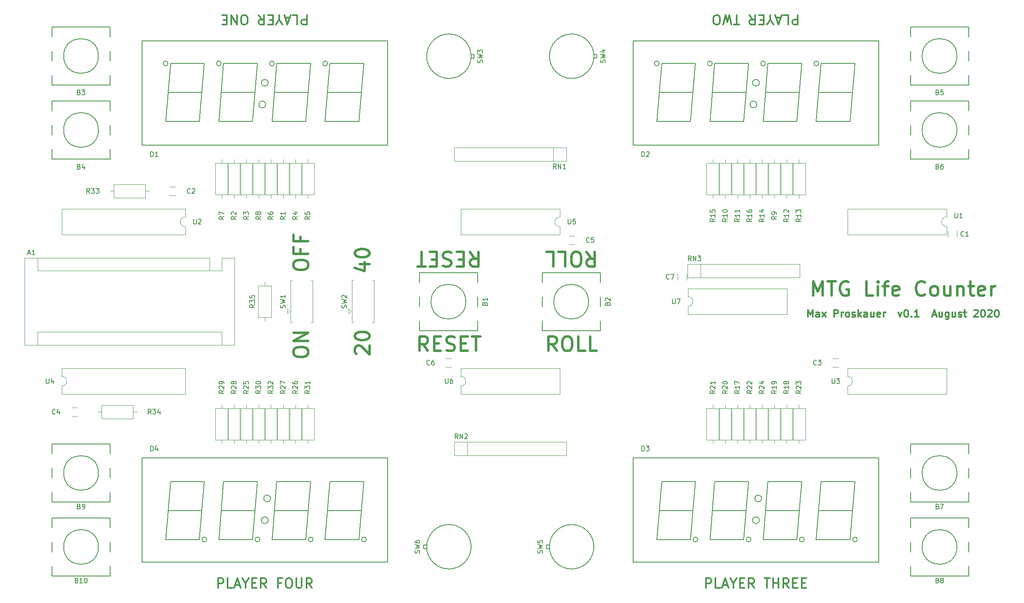
<source format=gbr>
G04 #@! TF.GenerationSoftware,KiCad,Pcbnew,(5.1.4)-1*
G04 #@! TF.CreationDate,2020-08-06T21:16:19-04:00*
G04 #@! TF.ProjectId,mtg_life_counter,6d74675f-6c69-4666-955f-636f756e7465,0.1*
G04 #@! TF.SameCoordinates,Original*
G04 #@! TF.FileFunction,Legend,Top*
G04 #@! TF.FilePolarity,Positive*
%FSLAX46Y46*%
G04 Gerber Fmt 4.6, Leading zero omitted, Abs format (unit mm)*
G04 Created by KiCad (PCBNEW (5.1.4)-1) date 2020-08-06 21:16:19*
%MOMM*%
%LPD*%
G04 APERTURE LIST*
%ADD10C,0.300000*%
%ADD11C,0.500000*%
%ADD12C,0.150000*%
%ADD13C,0.120000*%
G04 APERTURE END LIST*
D10*
X191105714Y-92118571D02*
X191105714Y-90618571D01*
X191605714Y-91690000D01*
X192105714Y-90618571D01*
X192105714Y-92118571D01*
X193462857Y-92118571D02*
X193462857Y-91332857D01*
X193391428Y-91190000D01*
X193248571Y-91118571D01*
X192962857Y-91118571D01*
X192820000Y-91190000D01*
X193462857Y-92047142D02*
X193320000Y-92118571D01*
X192962857Y-92118571D01*
X192820000Y-92047142D01*
X192748571Y-91904285D01*
X192748571Y-91761428D01*
X192820000Y-91618571D01*
X192962857Y-91547142D01*
X193320000Y-91547142D01*
X193462857Y-91475714D01*
X194034285Y-92118571D02*
X194820000Y-91118571D01*
X194034285Y-91118571D02*
X194820000Y-92118571D01*
X196534285Y-92118571D02*
X196534285Y-90618571D01*
X197105714Y-90618571D01*
X197248571Y-90690000D01*
X197320000Y-90761428D01*
X197391428Y-90904285D01*
X197391428Y-91118571D01*
X197320000Y-91261428D01*
X197248571Y-91332857D01*
X197105714Y-91404285D01*
X196534285Y-91404285D01*
X198034285Y-92118571D02*
X198034285Y-91118571D01*
X198034285Y-91404285D02*
X198105714Y-91261428D01*
X198177142Y-91190000D01*
X198320000Y-91118571D01*
X198462857Y-91118571D01*
X199177142Y-92118571D02*
X199034285Y-92047142D01*
X198962857Y-91975714D01*
X198891428Y-91832857D01*
X198891428Y-91404285D01*
X198962857Y-91261428D01*
X199034285Y-91190000D01*
X199177142Y-91118571D01*
X199391428Y-91118571D01*
X199534285Y-91190000D01*
X199605714Y-91261428D01*
X199677142Y-91404285D01*
X199677142Y-91832857D01*
X199605714Y-91975714D01*
X199534285Y-92047142D01*
X199391428Y-92118571D01*
X199177142Y-92118571D01*
X200248571Y-92047142D02*
X200391428Y-92118571D01*
X200677142Y-92118571D01*
X200820000Y-92047142D01*
X200891428Y-91904285D01*
X200891428Y-91832857D01*
X200820000Y-91690000D01*
X200677142Y-91618571D01*
X200462857Y-91618571D01*
X200320000Y-91547142D01*
X200248571Y-91404285D01*
X200248571Y-91332857D01*
X200320000Y-91190000D01*
X200462857Y-91118571D01*
X200677142Y-91118571D01*
X200820000Y-91190000D01*
X201534285Y-92118571D02*
X201534285Y-90618571D01*
X201677142Y-91547142D02*
X202105714Y-92118571D01*
X202105714Y-91118571D02*
X201534285Y-91690000D01*
X203391428Y-92118571D02*
X203391428Y-91332857D01*
X203320000Y-91190000D01*
X203177142Y-91118571D01*
X202891428Y-91118571D01*
X202748571Y-91190000D01*
X203391428Y-92047142D02*
X203248571Y-92118571D01*
X202891428Y-92118571D01*
X202748571Y-92047142D01*
X202677142Y-91904285D01*
X202677142Y-91761428D01*
X202748571Y-91618571D01*
X202891428Y-91547142D01*
X203248571Y-91547142D01*
X203391428Y-91475714D01*
X204748571Y-91118571D02*
X204748571Y-92118571D01*
X204105714Y-91118571D02*
X204105714Y-91904285D01*
X204177142Y-92047142D01*
X204320000Y-92118571D01*
X204534285Y-92118571D01*
X204677142Y-92047142D01*
X204748571Y-91975714D01*
X206034285Y-92047142D02*
X205891428Y-92118571D01*
X205605714Y-92118571D01*
X205462857Y-92047142D01*
X205391428Y-91904285D01*
X205391428Y-91332857D01*
X205462857Y-91190000D01*
X205605714Y-91118571D01*
X205891428Y-91118571D01*
X206034285Y-91190000D01*
X206105714Y-91332857D01*
X206105714Y-91475714D01*
X205391428Y-91618571D01*
X206748571Y-92118571D02*
X206748571Y-91118571D01*
X206748571Y-91404285D02*
X206820000Y-91261428D01*
X206891428Y-91190000D01*
X207034285Y-91118571D01*
X207177142Y-91118571D01*
X209820000Y-91118571D02*
X210177142Y-92118571D01*
X210534285Y-91118571D01*
X211391428Y-90618571D02*
X211534285Y-90618571D01*
X211677142Y-90690000D01*
X211748571Y-90761428D01*
X211820000Y-90904285D01*
X211891428Y-91190000D01*
X211891428Y-91547142D01*
X211820000Y-91832857D01*
X211748571Y-91975714D01*
X211677142Y-92047142D01*
X211534285Y-92118571D01*
X211391428Y-92118571D01*
X211248571Y-92047142D01*
X211177142Y-91975714D01*
X211105714Y-91832857D01*
X211034285Y-91547142D01*
X211034285Y-91190000D01*
X211105714Y-90904285D01*
X211177142Y-90761428D01*
X211248571Y-90690000D01*
X211391428Y-90618571D01*
X212534285Y-91975714D02*
X212605714Y-92047142D01*
X212534285Y-92118571D01*
X212462857Y-92047142D01*
X212534285Y-91975714D01*
X212534285Y-92118571D01*
X214034285Y-92118571D02*
X213177142Y-92118571D01*
X213605714Y-92118571D02*
X213605714Y-90618571D01*
X213462857Y-90832857D01*
X213320000Y-90975714D01*
X213177142Y-91047142D01*
X216891428Y-91690000D02*
X217605714Y-91690000D01*
X216748571Y-92118571D02*
X217248571Y-90618571D01*
X217748571Y-92118571D01*
X218891428Y-91118571D02*
X218891428Y-92118571D01*
X218248571Y-91118571D02*
X218248571Y-91904285D01*
X218320000Y-92047142D01*
X218462857Y-92118571D01*
X218677142Y-92118571D01*
X218820000Y-92047142D01*
X218891428Y-91975714D01*
X220248571Y-91118571D02*
X220248571Y-92332857D01*
X220177142Y-92475714D01*
X220105714Y-92547142D01*
X219962857Y-92618571D01*
X219748571Y-92618571D01*
X219605714Y-92547142D01*
X220248571Y-92047142D02*
X220105714Y-92118571D01*
X219820000Y-92118571D01*
X219677142Y-92047142D01*
X219605714Y-91975714D01*
X219534285Y-91832857D01*
X219534285Y-91404285D01*
X219605714Y-91261428D01*
X219677142Y-91190000D01*
X219820000Y-91118571D01*
X220105714Y-91118571D01*
X220248571Y-91190000D01*
X221605714Y-91118571D02*
X221605714Y-92118571D01*
X220962857Y-91118571D02*
X220962857Y-91904285D01*
X221034285Y-92047142D01*
X221177142Y-92118571D01*
X221391428Y-92118571D01*
X221534285Y-92047142D01*
X221605714Y-91975714D01*
X222248571Y-92047142D02*
X222391428Y-92118571D01*
X222677142Y-92118571D01*
X222820000Y-92047142D01*
X222891428Y-91904285D01*
X222891428Y-91832857D01*
X222820000Y-91690000D01*
X222677142Y-91618571D01*
X222462857Y-91618571D01*
X222320000Y-91547142D01*
X222248571Y-91404285D01*
X222248571Y-91332857D01*
X222320000Y-91190000D01*
X222462857Y-91118571D01*
X222677142Y-91118571D01*
X222820000Y-91190000D01*
X223320000Y-91118571D02*
X223891428Y-91118571D01*
X223534285Y-90618571D02*
X223534285Y-91904285D01*
X223605714Y-92047142D01*
X223748571Y-92118571D01*
X223891428Y-92118571D01*
X225462857Y-90761428D02*
X225534285Y-90690000D01*
X225677142Y-90618571D01*
X226034285Y-90618571D01*
X226177142Y-90690000D01*
X226248571Y-90761428D01*
X226320000Y-90904285D01*
X226320000Y-91047142D01*
X226248571Y-91261428D01*
X225391428Y-92118571D01*
X226320000Y-92118571D01*
X227248571Y-90618571D02*
X227391428Y-90618571D01*
X227534285Y-90690000D01*
X227605714Y-90761428D01*
X227677142Y-90904285D01*
X227748571Y-91190000D01*
X227748571Y-91547142D01*
X227677142Y-91832857D01*
X227605714Y-91975714D01*
X227534285Y-92047142D01*
X227391428Y-92118571D01*
X227248571Y-92118571D01*
X227105714Y-92047142D01*
X227034285Y-91975714D01*
X226962857Y-91832857D01*
X226891428Y-91547142D01*
X226891428Y-91190000D01*
X226962857Y-90904285D01*
X227034285Y-90761428D01*
X227105714Y-90690000D01*
X227248571Y-90618571D01*
X228320000Y-90761428D02*
X228391428Y-90690000D01*
X228534285Y-90618571D01*
X228891428Y-90618571D01*
X229034285Y-90690000D01*
X229105714Y-90761428D01*
X229177142Y-90904285D01*
X229177142Y-91047142D01*
X229105714Y-91261428D01*
X228248571Y-92118571D01*
X229177142Y-92118571D01*
X230105714Y-90618571D02*
X230248571Y-90618571D01*
X230391428Y-90690000D01*
X230462857Y-90761428D01*
X230534285Y-90904285D01*
X230605714Y-91190000D01*
X230605714Y-91547142D01*
X230534285Y-91832857D01*
X230462857Y-91975714D01*
X230391428Y-92047142D01*
X230248571Y-92118571D01*
X230105714Y-92118571D01*
X229962857Y-92047142D01*
X229891428Y-91975714D01*
X229820000Y-91832857D01*
X229748571Y-91547142D01*
X229748571Y-91190000D01*
X229820000Y-90904285D01*
X229891428Y-90761428D01*
X229962857Y-90690000D01*
X230105714Y-90618571D01*
D11*
X84717142Y-81597142D02*
X84717142Y-81025714D01*
X84860000Y-80740000D01*
X85145714Y-80454285D01*
X85717142Y-80311428D01*
X86717142Y-80311428D01*
X87288571Y-80454285D01*
X87574285Y-80740000D01*
X87717142Y-81025714D01*
X87717142Y-81597142D01*
X87574285Y-81882857D01*
X87288571Y-82168571D01*
X86717142Y-82311428D01*
X85717142Y-82311428D01*
X85145714Y-82168571D01*
X84860000Y-81882857D01*
X84717142Y-81597142D01*
X86145714Y-78025714D02*
X86145714Y-79025714D01*
X87717142Y-79025714D02*
X84717142Y-79025714D01*
X84717142Y-77597142D01*
X86145714Y-75454285D02*
X86145714Y-76454285D01*
X87717142Y-76454285D02*
X84717142Y-76454285D01*
X84717142Y-75025714D01*
X84717142Y-99647142D02*
X84717142Y-99075714D01*
X84860000Y-98790000D01*
X85145714Y-98504285D01*
X85717142Y-98361428D01*
X86717142Y-98361428D01*
X87288571Y-98504285D01*
X87574285Y-98790000D01*
X87717142Y-99075714D01*
X87717142Y-99647142D01*
X87574285Y-99932857D01*
X87288571Y-100218571D01*
X86717142Y-100361428D01*
X85717142Y-100361428D01*
X85145714Y-100218571D01*
X84860000Y-99932857D01*
X84717142Y-99647142D01*
X87717142Y-97075714D02*
X84717142Y-97075714D01*
X87717142Y-95361428D01*
X84717142Y-95361428D01*
X139168571Y-99147142D02*
X138168571Y-97718571D01*
X137454285Y-99147142D02*
X137454285Y-96147142D01*
X138597142Y-96147142D01*
X138882857Y-96290000D01*
X139025714Y-96432857D01*
X139168571Y-96718571D01*
X139168571Y-97147142D01*
X139025714Y-97432857D01*
X138882857Y-97575714D01*
X138597142Y-97718571D01*
X137454285Y-97718571D01*
X141025714Y-96147142D02*
X141597142Y-96147142D01*
X141882857Y-96290000D01*
X142168571Y-96575714D01*
X142311428Y-97147142D01*
X142311428Y-98147142D01*
X142168571Y-98718571D01*
X141882857Y-99004285D01*
X141597142Y-99147142D01*
X141025714Y-99147142D01*
X140740000Y-99004285D01*
X140454285Y-98718571D01*
X140311428Y-98147142D01*
X140311428Y-97147142D01*
X140454285Y-96575714D01*
X140740000Y-96290000D01*
X141025714Y-96147142D01*
X145025714Y-99147142D02*
X143597142Y-99147142D01*
X143597142Y-96147142D01*
X147454285Y-99147142D02*
X146025714Y-99147142D01*
X146025714Y-96147142D01*
X97702857Y-99757142D02*
X97560000Y-99614285D01*
X97417142Y-99328571D01*
X97417142Y-98614285D01*
X97560000Y-98328571D01*
X97702857Y-98185714D01*
X97988571Y-98042857D01*
X98274285Y-98042857D01*
X98702857Y-98185714D01*
X100417142Y-99900000D01*
X100417142Y-98042857D01*
X97417142Y-96185714D02*
X97417142Y-95900000D01*
X97560000Y-95614285D01*
X97702857Y-95471428D01*
X97988571Y-95328571D01*
X98560000Y-95185714D01*
X99274285Y-95185714D01*
X99845714Y-95328571D01*
X100131428Y-95471428D01*
X100274285Y-95614285D01*
X100417142Y-95900000D01*
X100417142Y-96185714D01*
X100274285Y-96471428D01*
X100131428Y-96614285D01*
X99845714Y-96757142D01*
X99274285Y-96900000D01*
X98560000Y-96900000D01*
X97988571Y-96757142D01*
X97702857Y-96614285D01*
X97560000Y-96471428D01*
X97417142Y-96185714D01*
X98417142Y-81185714D02*
X100417142Y-81185714D01*
X97274285Y-81900000D02*
X99417142Y-82614285D01*
X99417142Y-80757142D01*
X97417142Y-79042857D02*
X97417142Y-78757142D01*
X97560000Y-78471428D01*
X97702857Y-78328571D01*
X97988571Y-78185714D01*
X98560000Y-78042857D01*
X99274285Y-78042857D01*
X99845714Y-78185714D01*
X100131428Y-78328571D01*
X100274285Y-78471428D01*
X100417142Y-78757142D01*
X100417142Y-79042857D01*
X100274285Y-79328571D01*
X100131428Y-79471428D01*
X99845714Y-79614285D01*
X99274285Y-79757142D01*
X98560000Y-79757142D01*
X97988571Y-79614285D01*
X97702857Y-79471428D01*
X97560000Y-79328571D01*
X97417142Y-79042857D01*
X145311428Y-78652857D02*
X146311428Y-80081428D01*
X147025714Y-78652857D02*
X147025714Y-81652857D01*
X145882857Y-81652857D01*
X145597142Y-81510000D01*
X145454285Y-81367142D01*
X145311428Y-81081428D01*
X145311428Y-80652857D01*
X145454285Y-80367142D01*
X145597142Y-80224285D01*
X145882857Y-80081428D01*
X147025714Y-80081428D01*
X143454285Y-81652857D02*
X142882857Y-81652857D01*
X142597142Y-81510000D01*
X142311428Y-81224285D01*
X142168571Y-80652857D01*
X142168571Y-79652857D01*
X142311428Y-79081428D01*
X142597142Y-78795714D01*
X142882857Y-78652857D01*
X143454285Y-78652857D01*
X143740000Y-78795714D01*
X144025714Y-79081428D01*
X144168571Y-79652857D01*
X144168571Y-80652857D01*
X144025714Y-81224285D01*
X143740000Y-81510000D01*
X143454285Y-81652857D01*
X139454285Y-78652857D02*
X140882857Y-78652857D01*
X140882857Y-81652857D01*
X137025714Y-78652857D02*
X138454285Y-78652857D01*
X138454285Y-81652857D01*
X121197142Y-78652857D02*
X122197142Y-80081428D01*
X122911428Y-78652857D02*
X122911428Y-81652857D01*
X121768571Y-81652857D01*
X121482857Y-81510000D01*
X121340000Y-81367142D01*
X121197142Y-81081428D01*
X121197142Y-80652857D01*
X121340000Y-80367142D01*
X121482857Y-80224285D01*
X121768571Y-80081428D01*
X122911428Y-80081428D01*
X119911428Y-80224285D02*
X118911428Y-80224285D01*
X118482857Y-78652857D02*
X119911428Y-78652857D01*
X119911428Y-81652857D01*
X118482857Y-81652857D01*
X117340000Y-78795714D02*
X116911428Y-78652857D01*
X116197142Y-78652857D01*
X115911428Y-78795714D01*
X115768571Y-78938571D01*
X115625714Y-79224285D01*
X115625714Y-79510000D01*
X115768571Y-79795714D01*
X115911428Y-79938571D01*
X116197142Y-80081428D01*
X116768571Y-80224285D01*
X117054285Y-80367142D01*
X117197142Y-80510000D01*
X117340000Y-80795714D01*
X117340000Y-81081428D01*
X117197142Y-81367142D01*
X117054285Y-81510000D01*
X116768571Y-81652857D01*
X116054285Y-81652857D01*
X115625714Y-81510000D01*
X114340000Y-80224285D02*
X113340000Y-80224285D01*
X112911428Y-78652857D02*
X114340000Y-78652857D01*
X114340000Y-81652857D01*
X112911428Y-81652857D01*
X112054285Y-81652857D02*
X110340000Y-81652857D01*
X111197142Y-78652857D02*
X111197142Y-81652857D01*
X112482857Y-99147142D02*
X111482857Y-97718571D01*
X110768571Y-99147142D02*
X110768571Y-96147142D01*
X111911428Y-96147142D01*
X112197142Y-96290000D01*
X112340000Y-96432857D01*
X112482857Y-96718571D01*
X112482857Y-97147142D01*
X112340000Y-97432857D01*
X112197142Y-97575714D01*
X111911428Y-97718571D01*
X110768571Y-97718571D01*
X113768571Y-97575714D02*
X114768571Y-97575714D01*
X115197142Y-99147142D02*
X113768571Y-99147142D01*
X113768571Y-96147142D01*
X115197142Y-96147142D01*
X116340000Y-99004285D02*
X116768571Y-99147142D01*
X117482857Y-99147142D01*
X117768571Y-99004285D01*
X117911428Y-98861428D01*
X118054285Y-98575714D01*
X118054285Y-98290000D01*
X117911428Y-98004285D01*
X117768571Y-97861428D01*
X117482857Y-97718571D01*
X116911428Y-97575714D01*
X116625714Y-97432857D01*
X116482857Y-97290000D01*
X116340000Y-97004285D01*
X116340000Y-96718571D01*
X116482857Y-96432857D01*
X116625714Y-96290000D01*
X116911428Y-96147142D01*
X117625714Y-96147142D01*
X118054285Y-96290000D01*
X119340000Y-97575714D02*
X120340000Y-97575714D01*
X120768571Y-99147142D02*
X119340000Y-99147142D01*
X119340000Y-96147142D01*
X120768571Y-96147142D01*
X121625714Y-96147142D02*
X123340000Y-96147142D01*
X122482857Y-99147142D02*
X122482857Y-96147142D01*
X192177142Y-87717142D02*
X192177142Y-84717142D01*
X193177142Y-86860000D01*
X194177142Y-84717142D01*
X194177142Y-87717142D01*
X195177142Y-84717142D02*
X196891428Y-84717142D01*
X196034285Y-87717142D02*
X196034285Y-84717142D01*
X199462857Y-84860000D02*
X199177142Y-84717142D01*
X198748571Y-84717142D01*
X198320000Y-84860000D01*
X198034285Y-85145714D01*
X197891428Y-85431428D01*
X197748571Y-86002857D01*
X197748571Y-86431428D01*
X197891428Y-87002857D01*
X198034285Y-87288571D01*
X198320000Y-87574285D01*
X198748571Y-87717142D01*
X199034285Y-87717142D01*
X199462857Y-87574285D01*
X199605714Y-87431428D01*
X199605714Y-86431428D01*
X199034285Y-86431428D01*
X204605714Y-87717142D02*
X203177142Y-87717142D01*
X203177142Y-84717142D01*
X205605714Y-87717142D02*
X205605714Y-85717142D01*
X205605714Y-84717142D02*
X205462857Y-84860000D01*
X205605714Y-85002857D01*
X205748571Y-84860000D01*
X205605714Y-84717142D01*
X205605714Y-85002857D01*
X206605714Y-85717142D02*
X207748571Y-85717142D01*
X207034285Y-87717142D02*
X207034285Y-85145714D01*
X207177142Y-84860000D01*
X207462857Y-84717142D01*
X207748571Y-84717142D01*
X209891428Y-87574285D02*
X209605714Y-87717142D01*
X209034285Y-87717142D01*
X208748571Y-87574285D01*
X208605714Y-87288571D01*
X208605714Y-86145714D01*
X208748571Y-85860000D01*
X209034285Y-85717142D01*
X209605714Y-85717142D01*
X209891428Y-85860000D01*
X210034285Y-86145714D01*
X210034285Y-86431428D01*
X208605714Y-86717142D01*
X215320000Y-87431428D02*
X215177142Y-87574285D01*
X214748571Y-87717142D01*
X214462857Y-87717142D01*
X214034285Y-87574285D01*
X213748571Y-87288571D01*
X213605714Y-87002857D01*
X213462857Y-86431428D01*
X213462857Y-86002857D01*
X213605714Y-85431428D01*
X213748571Y-85145714D01*
X214034285Y-84860000D01*
X214462857Y-84717142D01*
X214748571Y-84717142D01*
X215177142Y-84860000D01*
X215320000Y-85002857D01*
X217034285Y-87717142D02*
X216748571Y-87574285D01*
X216605714Y-87431428D01*
X216462857Y-87145714D01*
X216462857Y-86288571D01*
X216605714Y-86002857D01*
X216748571Y-85860000D01*
X217034285Y-85717142D01*
X217462857Y-85717142D01*
X217748571Y-85860000D01*
X217891428Y-86002857D01*
X218034285Y-86288571D01*
X218034285Y-87145714D01*
X217891428Y-87431428D01*
X217748571Y-87574285D01*
X217462857Y-87717142D01*
X217034285Y-87717142D01*
X220605714Y-85717142D02*
X220605714Y-87717142D01*
X219320000Y-85717142D02*
X219320000Y-87288571D01*
X219462857Y-87574285D01*
X219748571Y-87717142D01*
X220177142Y-87717142D01*
X220462857Y-87574285D01*
X220605714Y-87431428D01*
X222034285Y-85717142D02*
X222034285Y-87717142D01*
X222034285Y-86002857D02*
X222177142Y-85860000D01*
X222462857Y-85717142D01*
X222891428Y-85717142D01*
X223177142Y-85860000D01*
X223320000Y-86145714D01*
X223320000Y-87717142D01*
X224320000Y-85717142D02*
X225462857Y-85717142D01*
X224748571Y-84717142D02*
X224748571Y-87288571D01*
X224891428Y-87574285D01*
X225177142Y-87717142D01*
X225462857Y-87717142D01*
X227605714Y-87574285D02*
X227320000Y-87717142D01*
X226748571Y-87717142D01*
X226462857Y-87574285D01*
X226320000Y-87288571D01*
X226320000Y-86145714D01*
X226462857Y-85860000D01*
X226748571Y-85717142D01*
X227320000Y-85717142D01*
X227605714Y-85860000D01*
X227748571Y-86145714D01*
X227748571Y-86431428D01*
X226320000Y-86717142D01*
X229034285Y-87717142D02*
X229034285Y-85717142D01*
X229034285Y-86288571D02*
X229177142Y-86002857D01*
X229320000Y-85860000D01*
X229605714Y-85717142D01*
X229891428Y-85717142D01*
D10*
X69073333Y-148224761D02*
X69073333Y-146224761D01*
X69835238Y-146224761D01*
X70025714Y-146320000D01*
X70120952Y-146415238D01*
X70216190Y-146605714D01*
X70216190Y-146891428D01*
X70120952Y-147081904D01*
X70025714Y-147177142D01*
X69835238Y-147272380D01*
X69073333Y-147272380D01*
X72025714Y-148224761D02*
X71073333Y-148224761D01*
X71073333Y-146224761D01*
X72597142Y-147653333D02*
X73549523Y-147653333D01*
X72406666Y-148224761D02*
X73073333Y-146224761D01*
X73740000Y-148224761D01*
X74787619Y-147272380D02*
X74787619Y-148224761D01*
X74120952Y-146224761D02*
X74787619Y-147272380D01*
X75454285Y-146224761D01*
X76120952Y-147177142D02*
X76787619Y-147177142D01*
X77073333Y-148224761D02*
X76120952Y-148224761D01*
X76120952Y-146224761D01*
X77073333Y-146224761D01*
X79073333Y-148224761D02*
X78406666Y-147272380D01*
X77930476Y-148224761D02*
X77930476Y-146224761D01*
X78692380Y-146224761D01*
X78882857Y-146320000D01*
X78978095Y-146415238D01*
X79073333Y-146605714D01*
X79073333Y-146891428D01*
X78978095Y-147081904D01*
X78882857Y-147177142D01*
X78692380Y-147272380D01*
X77930476Y-147272380D01*
X82120952Y-147177142D02*
X81454285Y-147177142D01*
X81454285Y-148224761D02*
X81454285Y-146224761D01*
X82406666Y-146224761D01*
X83549523Y-146224761D02*
X83930476Y-146224761D01*
X84120952Y-146320000D01*
X84311428Y-146510476D01*
X84406666Y-146891428D01*
X84406666Y-147558095D01*
X84311428Y-147939047D01*
X84120952Y-148129523D01*
X83930476Y-148224761D01*
X83549523Y-148224761D01*
X83359047Y-148129523D01*
X83168571Y-147939047D01*
X83073333Y-147558095D01*
X83073333Y-146891428D01*
X83168571Y-146510476D01*
X83359047Y-146320000D01*
X83549523Y-146224761D01*
X85263809Y-146224761D02*
X85263809Y-147843809D01*
X85359047Y-148034285D01*
X85454285Y-148129523D01*
X85644761Y-148224761D01*
X86025714Y-148224761D01*
X86216190Y-148129523D01*
X86311428Y-148034285D01*
X86406666Y-147843809D01*
X86406666Y-146224761D01*
X88501904Y-148224761D02*
X87835238Y-147272380D01*
X87359047Y-148224761D02*
X87359047Y-146224761D01*
X88120952Y-146224761D01*
X88311428Y-146320000D01*
X88406666Y-146415238D01*
X88501904Y-146605714D01*
X88501904Y-146891428D01*
X88406666Y-147081904D01*
X88311428Y-147177142D01*
X88120952Y-147272380D01*
X87359047Y-147272380D01*
X170006666Y-148224761D02*
X170006666Y-146224761D01*
X170768571Y-146224761D01*
X170959047Y-146320000D01*
X171054285Y-146415238D01*
X171149523Y-146605714D01*
X171149523Y-146891428D01*
X171054285Y-147081904D01*
X170959047Y-147177142D01*
X170768571Y-147272380D01*
X170006666Y-147272380D01*
X172959047Y-148224761D02*
X172006666Y-148224761D01*
X172006666Y-146224761D01*
X173530476Y-147653333D02*
X174482857Y-147653333D01*
X173340000Y-148224761D02*
X174006666Y-146224761D01*
X174673333Y-148224761D01*
X175720952Y-147272380D02*
X175720952Y-148224761D01*
X175054285Y-146224761D02*
X175720952Y-147272380D01*
X176387619Y-146224761D01*
X177054285Y-147177142D02*
X177720952Y-147177142D01*
X178006666Y-148224761D02*
X177054285Y-148224761D01*
X177054285Y-146224761D01*
X178006666Y-146224761D01*
X180006666Y-148224761D02*
X179340000Y-147272380D01*
X178863809Y-148224761D02*
X178863809Y-146224761D01*
X179625714Y-146224761D01*
X179816190Y-146320000D01*
X179911428Y-146415238D01*
X180006666Y-146605714D01*
X180006666Y-146891428D01*
X179911428Y-147081904D01*
X179816190Y-147177142D01*
X179625714Y-147272380D01*
X178863809Y-147272380D01*
X182101904Y-146224761D02*
X183244761Y-146224761D01*
X182673333Y-148224761D02*
X182673333Y-146224761D01*
X183911428Y-148224761D02*
X183911428Y-146224761D01*
X183911428Y-147177142D02*
X185054285Y-147177142D01*
X185054285Y-148224761D02*
X185054285Y-146224761D01*
X187149523Y-148224761D02*
X186482857Y-147272380D01*
X186006666Y-148224761D02*
X186006666Y-146224761D01*
X186768571Y-146224761D01*
X186959047Y-146320000D01*
X187054285Y-146415238D01*
X187149523Y-146605714D01*
X187149523Y-146891428D01*
X187054285Y-147081904D01*
X186959047Y-147177142D01*
X186768571Y-147272380D01*
X186006666Y-147272380D01*
X188006666Y-147177142D02*
X188673333Y-147177142D01*
X188959047Y-148224761D02*
X188006666Y-148224761D01*
X188006666Y-146224761D01*
X188959047Y-146224761D01*
X189816190Y-147177142D02*
X190482857Y-147177142D01*
X190768571Y-148224761D02*
X189816190Y-148224761D01*
X189816190Y-146224761D01*
X190768571Y-146224761D01*
X189006666Y-29575238D02*
X189006666Y-31575238D01*
X188244761Y-31575238D01*
X188054285Y-31480000D01*
X187959047Y-31384761D01*
X187863809Y-31194285D01*
X187863809Y-30908571D01*
X187959047Y-30718095D01*
X188054285Y-30622857D01*
X188244761Y-30527619D01*
X189006666Y-30527619D01*
X186054285Y-29575238D02*
X187006666Y-29575238D01*
X187006666Y-31575238D01*
X185482857Y-30146666D02*
X184530476Y-30146666D01*
X185673333Y-29575238D02*
X185006666Y-31575238D01*
X184340000Y-29575238D01*
X183292380Y-30527619D02*
X183292380Y-29575238D01*
X183959047Y-31575238D02*
X183292380Y-30527619D01*
X182625714Y-31575238D01*
X181959047Y-30622857D02*
X181292380Y-30622857D01*
X181006666Y-29575238D02*
X181959047Y-29575238D01*
X181959047Y-31575238D01*
X181006666Y-31575238D01*
X179006666Y-29575238D02*
X179673333Y-30527619D01*
X180149523Y-29575238D02*
X180149523Y-31575238D01*
X179387619Y-31575238D01*
X179197142Y-31480000D01*
X179101904Y-31384761D01*
X179006666Y-31194285D01*
X179006666Y-30908571D01*
X179101904Y-30718095D01*
X179197142Y-30622857D01*
X179387619Y-30527619D01*
X180149523Y-30527619D01*
X176911428Y-31575238D02*
X175768571Y-31575238D01*
X176340000Y-29575238D02*
X176340000Y-31575238D01*
X175292380Y-31575238D02*
X174816190Y-29575238D01*
X174435238Y-31003809D01*
X174054285Y-29575238D01*
X173578095Y-31575238D01*
X172435238Y-31575238D02*
X172054285Y-31575238D01*
X171863809Y-31480000D01*
X171673333Y-31289523D01*
X171578095Y-30908571D01*
X171578095Y-30241904D01*
X171673333Y-29860952D01*
X171863809Y-29670476D01*
X172054285Y-29575238D01*
X172435238Y-29575238D01*
X172625714Y-29670476D01*
X172816190Y-29860952D01*
X172911428Y-30241904D01*
X172911428Y-30908571D01*
X172816190Y-31289523D01*
X172625714Y-31480000D01*
X172435238Y-31575238D01*
X87454285Y-29575238D02*
X87454285Y-31575238D01*
X86692380Y-31575238D01*
X86501904Y-31480000D01*
X86406666Y-31384761D01*
X86311428Y-31194285D01*
X86311428Y-30908571D01*
X86406666Y-30718095D01*
X86501904Y-30622857D01*
X86692380Y-30527619D01*
X87454285Y-30527619D01*
X84501904Y-29575238D02*
X85454285Y-29575238D01*
X85454285Y-31575238D01*
X83930476Y-30146666D02*
X82978095Y-30146666D01*
X84120952Y-29575238D02*
X83454285Y-31575238D01*
X82787619Y-29575238D01*
X81740000Y-30527619D02*
X81740000Y-29575238D01*
X82406666Y-31575238D02*
X81740000Y-30527619D01*
X81073333Y-31575238D01*
X80406666Y-30622857D02*
X79740000Y-30622857D01*
X79454285Y-29575238D02*
X80406666Y-29575238D01*
X80406666Y-31575238D01*
X79454285Y-31575238D01*
X77454285Y-29575238D02*
X78120952Y-30527619D01*
X78597142Y-29575238D02*
X78597142Y-31575238D01*
X77835238Y-31575238D01*
X77644761Y-31480000D01*
X77549523Y-31384761D01*
X77454285Y-31194285D01*
X77454285Y-30908571D01*
X77549523Y-30718095D01*
X77644761Y-30622857D01*
X77835238Y-30527619D01*
X78597142Y-30527619D01*
X74692380Y-31575238D02*
X74311428Y-31575238D01*
X74120952Y-31480000D01*
X73930476Y-31289523D01*
X73835238Y-30908571D01*
X73835238Y-30241904D01*
X73930476Y-29860952D01*
X74120952Y-29670476D01*
X74311428Y-29575238D01*
X74692380Y-29575238D01*
X74882857Y-29670476D01*
X75073333Y-29860952D01*
X75168571Y-30241904D01*
X75168571Y-30908571D01*
X75073333Y-31289523D01*
X74882857Y-31480000D01*
X74692380Y-31575238D01*
X72978095Y-29575238D02*
X72978095Y-31575238D01*
X71835238Y-29575238D01*
X71835238Y-31575238D01*
X70882857Y-30622857D02*
X70216190Y-30622857D01*
X69930476Y-29575238D02*
X70882857Y-29575238D01*
X70882857Y-31575238D01*
X69930476Y-31575238D01*
D12*
X44340000Y-124420000D02*
G75*
G03X44340000Y-124420000I-3600000J0D01*
G01*
X34740000Y-120420000D02*
X34740000Y-118420000D01*
X34740000Y-125420000D02*
X34740000Y-123420000D01*
X46740000Y-130420000D02*
X46740000Y-128420000D01*
X46740000Y-123420000D02*
X46740000Y-125420000D01*
X34740000Y-128420000D02*
X34740000Y-130420000D01*
X46740000Y-118420000D02*
X34740000Y-118420000D01*
X46740000Y-120420000D02*
X46740000Y-118420000D01*
X34740000Y-130420000D02*
X46740000Y-130420000D01*
X104140000Y-142875000D02*
X78740000Y-142875000D01*
X104140000Y-121285000D02*
X104140000Y-142875000D01*
X53340000Y-121285000D02*
X104140000Y-121285000D01*
X53340000Y-142875000D02*
X53340000Y-121285000D01*
X78740000Y-142875000D02*
X53340000Y-142875000D01*
X79447107Y-134200000D02*
G75*
G03X79447107Y-134200000I-707107J0D01*
G01*
X79947107Y-129700000D02*
G75*
G03X79947107Y-129700000I-707107J0D01*
G01*
X99740000Y-138200000D02*
G75*
G03X99740000Y-138200000I-500000J0D01*
G01*
X88740000Y-138200000D02*
G75*
G03X88740000Y-138200000I-500000J0D01*
G01*
X77740000Y-138200000D02*
G75*
G03X77740000Y-138200000I-500000J0D01*
G01*
X66740000Y-138200000D02*
G75*
G03X66740000Y-138200000I-500000J0D01*
G01*
X87240000Y-138200000D02*
X88240000Y-126200000D01*
X80240000Y-138200000D02*
X87240000Y-138200000D01*
X81240000Y-126200000D02*
X80240000Y-138200000D01*
X88240000Y-126200000D02*
X81240000Y-126200000D01*
X80740000Y-132200000D02*
X87740000Y-132200000D01*
X91740000Y-132200000D02*
X98740000Y-132200000D01*
X99240000Y-126200000D02*
X92240000Y-126200000D01*
X91240000Y-138200000D02*
X98240000Y-138200000D01*
X98240000Y-138200000D02*
X99240000Y-126200000D01*
X92240000Y-126200000D02*
X91240000Y-138200000D01*
X76240000Y-138200000D02*
X77240000Y-126200000D01*
X69240000Y-138200000D02*
X76240000Y-138200000D01*
X70240000Y-126200000D02*
X69240000Y-138200000D01*
X77240000Y-126200000D02*
X70240000Y-126200000D01*
X69740000Y-132200000D02*
X76740000Y-132200000D01*
X58740000Y-132200000D02*
X65740000Y-132200000D01*
X66240000Y-126200000D02*
X59240000Y-126200000D01*
X65240000Y-138200000D02*
X66240000Y-126200000D01*
X58240000Y-138200000D02*
X65240000Y-138200000D01*
X59240000Y-126200000D02*
X58240000Y-138200000D01*
X205740000Y-142875000D02*
X180340000Y-142875000D01*
X205740000Y-121285000D02*
X205740000Y-142875000D01*
X154940000Y-121285000D02*
X205740000Y-121285000D01*
X154940000Y-142875000D02*
X154940000Y-121285000D01*
X180340000Y-142875000D02*
X154940000Y-142875000D01*
X181047107Y-134200000D02*
G75*
G03X181047107Y-134200000I-707107J0D01*
G01*
X181547107Y-129700000D02*
G75*
G03X181547107Y-129700000I-707107J0D01*
G01*
X201340000Y-138200000D02*
G75*
G03X201340000Y-138200000I-500000J0D01*
G01*
X190340000Y-138200000D02*
G75*
G03X190340000Y-138200000I-500000J0D01*
G01*
X179340000Y-138200000D02*
G75*
G03X179340000Y-138200000I-500000J0D01*
G01*
X168340000Y-138200000D02*
G75*
G03X168340000Y-138200000I-500000J0D01*
G01*
X188840000Y-138200000D02*
X189840000Y-126200000D01*
X181840000Y-138200000D02*
X188840000Y-138200000D01*
X182840000Y-126200000D02*
X181840000Y-138200000D01*
X189840000Y-126200000D02*
X182840000Y-126200000D01*
X182340000Y-132200000D02*
X189340000Y-132200000D01*
X193340000Y-132200000D02*
X200340000Y-132200000D01*
X200840000Y-126200000D02*
X193840000Y-126200000D01*
X192840000Y-138200000D02*
X199840000Y-138200000D01*
X199840000Y-138200000D02*
X200840000Y-126200000D01*
X193840000Y-126200000D02*
X192840000Y-138200000D01*
X177840000Y-138200000D02*
X178840000Y-126200000D01*
X170840000Y-138200000D02*
X177840000Y-138200000D01*
X171840000Y-126200000D02*
X170840000Y-138200000D01*
X178840000Y-126200000D02*
X171840000Y-126200000D01*
X171340000Y-132200000D02*
X178340000Y-132200000D01*
X160340000Y-132200000D02*
X167340000Y-132200000D01*
X167840000Y-126200000D02*
X160840000Y-126200000D01*
X166840000Y-138200000D02*
X167840000Y-126200000D01*
X159840000Y-138200000D02*
X166840000Y-138200000D01*
X160840000Y-126200000D02*
X159840000Y-138200000D01*
D13*
X62290000Y-75040000D02*
X62290000Y-73390000D01*
X36770000Y-75040000D02*
X62290000Y-75040000D01*
X36770000Y-69740000D02*
X36770000Y-75040000D01*
X62290000Y-69740000D02*
X36770000Y-69740000D01*
X62290000Y-71390000D02*
X62290000Y-69740000D01*
X62290000Y-73390000D02*
G75*
G02X62290000Y-71390000I0J1000000D01*
G01*
X54840000Y-66040000D02*
X54070000Y-66040000D01*
X46760000Y-66040000D02*
X47530000Y-66040000D01*
X54070000Y-64670000D02*
X47530000Y-64670000D01*
X54070000Y-67410000D02*
X54070000Y-64670000D01*
X47530000Y-67410000D02*
X54070000Y-67410000D01*
X47530000Y-64670000D02*
X47530000Y-67410000D01*
X60299000Y-65120000D02*
X59041000Y-65120000D01*
X60299000Y-66960000D02*
X59041000Y-66960000D01*
D12*
X154940000Y-34925000D02*
X180340000Y-34925000D01*
X154940000Y-56515000D02*
X154940000Y-34925000D01*
X205740000Y-56515000D02*
X154940000Y-56515000D01*
X205740000Y-34925000D02*
X205740000Y-56515000D01*
X180340000Y-34925000D02*
X205740000Y-34925000D01*
X181047107Y-43600000D02*
G75*
G03X181047107Y-43600000I-707107J0D01*
G01*
X180547107Y-48100000D02*
G75*
G03X180547107Y-48100000I-707107J0D01*
G01*
X160340000Y-39600000D02*
G75*
G03X160340000Y-39600000I-500000J0D01*
G01*
X171340000Y-39600000D02*
G75*
G03X171340000Y-39600000I-500000J0D01*
G01*
X182340000Y-39600000D02*
G75*
G03X182340000Y-39600000I-500000J0D01*
G01*
X193340000Y-39600000D02*
G75*
G03X193340000Y-39600000I-500000J0D01*
G01*
X171840000Y-39600000D02*
X170840000Y-51600000D01*
X178840000Y-39600000D02*
X171840000Y-39600000D01*
X177840000Y-51600000D02*
X178840000Y-39600000D01*
X170840000Y-51600000D02*
X177840000Y-51600000D01*
X178340000Y-45600000D02*
X171340000Y-45600000D01*
X167340000Y-45600000D02*
X160340000Y-45600000D01*
X159840000Y-51600000D02*
X166840000Y-51600000D01*
X167840000Y-39600000D02*
X160840000Y-39600000D01*
X160840000Y-39600000D02*
X159840000Y-51600000D01*
X166840000Y-51600000D02*
X167840000Y-39600000D01*
X182840000Y-39600000D02*
X181840000Y-51600000D01*
X189840000Y-39600000D02*
X182840000Y-39600000D01*
X188840000Y-51600000D02*
X189840000Y-39600000D01*
X181840000Y-51600000D02*
X188840000Y-51600000D01*
X189340000Y-45600000D02*
X182340000Y-45600000D01*
X200340000Y-45600000D02*
X193340000Y-45600000D01*
X192840000Y-51600000D02*
X199840000Y-51600000D01*
X193840000Y-39600000D02*
X192840000Y-51600000D01*
X200840000Y-39600000D02*
X193840000Y-39600000D01*
X199840000Y-51600000D02*
X200840000Y-39600000D01*
X44340000Y-139740000D02*
G75*
G03X44340000Y-139740000I-3600000J0D01*
G01*
X34740000Y-135740000D02*
X34740000Y-133740000D01*
X34740000Y-140740000D02*
X34740000Y-138740000D01*
X46740000Y-145740000D02*
X46740000Y-143740000D01*
X46740000Y-138740000D02*
X46740000Y-140740000D01*
X34740000Y-143740000D02*
X34740000Y-145740000D01*
X46740000Y-133740000D02*
X34740000Y-133740000D01*
X46740000Y-135740000D02*
X46740000Y-133740000D01*
X34740000Y-145740000D02*
X46740000Y-145740000D01*
X221940000Y-139740000D02*
G75*
G03X221940000Y-139740000I-3600000J0D01*
G01*
X212340000Y-135740000D02*
X212340000Y-133740000D01*
X212340000Y-140740000D02*
X212340000Y-138740000D01*
X224340000Y-145740000D02*
X224340000Y-143740000D01*
X224340000Y-138740000D02*
X224340000Y-140740000D01*
X212340000Y-143740000D02*
X212340000Y-145740000D01*
X224340000Y-133740000D02*
X212340000Y-133740000D01*
X224340000Y-135740000D02*
X224340000Y-133740000D01*
X212340000Y-145740000D02*
X224340000Y-145740000D01*
X221940000Y-124420000D02*
G75*
G03X221940000Y-124420000I-3600000J0D01*
G01*
X212340000Y-120420000D02*
X212340000Y-118420000D01*
X212340000Y-125420000D02*
X212340000Y-123420000D01*
X224340000Y-130420000D02*
X224340000Y-128420000D01*
X224340000Y-123420000D02*
X224340000Y-125420000D01*
X212340000Y-128420000D02*
X212340000Y-130420000D01*
X224340000Y-118420000D02*
X212340000Y-118420000D01*
X224340000Y-120420000D02*
X224340000Y-118420000D01*
X212340000Y-130420000D02*
X224340000Y-130420000D01*
X221940000Y-53380000D02*
G75*
G03X221940000Y-53380000I-3600000J0D01*
G01*
X224340000Y-57380000D02*
X224340000Y-59380000D01*
X224340000Y-52380000D02*
X224340000Y-54380000D01*
X212340000Y-47380000D02*
X212340000Y-49380000D01*
X212340000Y-54380000D02*
X212340000Y-52380000D01*
X224340000Y-49380000D02*
X224340000Y-47380000D01*
X212340000Y-59380000D02*
X224340000Y-59380000D01*
X212340000Y-57380000D02*
X212340000Y-59380000D01*
X224340000Y-47380000D02*
X212340000Y-47380000D01*
X221940000Y-38060000D02*
G75*
G03X221940000Y-38060000I-3600000J0D01*
G01*
X224340000Y-42060000D02*
X224340000Y-44060000D01*
X224340000Y-37060000D02*
X224340000Y-39060000D01*
X212340000Y-32060000D02*
X212340000Y-34060000D01*
X212340000Y-39060000D02*
X212340000Y-37060000D01*
X224340000Y-34060000D02*
X224340000Y-32060000D01*
X212340000Y-44060000D02*
X224340000Y-44060000D01*
X212340000Y-42060000D02*
X212340000Y-44060000D01*
X224340000Y-32060000D02*
X212340000Y-32060000D01*
X44340000Y-53380000D02*
G75*
G03X44340000Y-53380000I-3600000J0D01*
G01*
X46740000Y-57380000D02*
X46740000Y-59380000D01*
X46740000Y-52380000D02*
X46740000Y-54380000D01*
X34740000Y-47380000D02*
X34740000Y-49380000D01*
X34740000Y-54380000D02*
X34740000Y-52380000D01*
X46740000Y-49380000D02*
X46740000Y-47380000D01*
X34740000Y-59380000D02*
X46740000Y-59380000D01*
X34740000Y-57380000D02*
X34740000Y-59380000D01*
X46740000Y-47380000D02*
X34740000Y-47380000D01*
X44340000Y-38060000D02*
G75*
G03X44340000Y-38060000I-3600000J0D01*
G01*
X46740000Y-42060000D02*
X46740000Y-44060000D01*
X46740000Y-37060000D02*
X46740000Y-39060000D01*
X34740000Y-32060000D02*
X34740000Y-34060000D01*
X34740000Y-39060000D02*
X34740000Y-37060000D01*
X46740000Y-34060000D02*
X46740000Y-32060000D01*
X34740000Y-44060000D02*
X46740000Y-44060000D01*
X34740000Y-42060000D02*
X34740000Y-44060000D01*
X46740000Y-32060000D02*
X34740000Y-32060000D01*
X145740000Y-88940000D02*
G75*
G03X145740000Y-88940000I-3600000J0D01*
G01*
X136140000Y-84940000D02*
X136140000Y-82940000D01*
X136140000Y-89940000D02*
X136140000Y-87940000D01*
X148140000Y-94940000D02*
X148140000Y-92940000D01*
X148140000Y-87940000D02*
X148140000Y-89940000D01*
X136140000Y-92940000D02*
X136140000Y-94940000D01*
X148140000Y-82940000D02*
X136140000Y-82940000D01*
X148140000Y-84940000D02*
X148140000Y-82940000D01*
X136140000Y-94940000D02*
X148140000Y-94940000D01*
X120340000Y-88940000D02*
G75*
G03X120340000Y-88940000I-3600000J0D01*
G01*
X110740000Y-84940000D02*
X110740000Y-82940000D01*
X110740000Y-89940000D02*
X110740000Y-87940000D01*
X122740000Y-94940000D02*
X122740000Y-92940000D01*
X122740000Y-87940000D02*
X122740000Y-89940000D01*
X110740000Y-92940000D02*
X110740000Y-94940000D01*
X122740000Y-82940000D02*
X110740000Y-82940000D01*
X122740000Y-84940000D02*
X122740000Y-82940000D01*
X110740000Y-94940000D02*
X122740000Y-94940000D01*
X53340000Y-34925000D02*
X78740000Y-34925000D01*
X53340000Y-56515000D02*
X53340000Y-34925000D01*
X104140000Y-56515000D02*
X53340000Y-56515000D01*
X104140000Y-34925000D02*
X104140000Y-56515000D01*
X78740000Y-34925000D02*
X104140000Y-34925000D01*
X79447107Y-43600000D02*
G75*
G03X79447107Y-43600000I-707107J0D01*
G01*
X78947107Y-48100000D02*
G75*
G03X78947107Y-48100000I-707107J0D01*
G01*
X58740000Y-39600000D02*
G75*
G03X58740000Y-39600000I-500000J0D01*
G01*
X69740000Y-39600000D02*
G75*
G03X69740000Y-39600000I-500000J0D01*
G01*
X80740000Y-39600000D02*
G75*
G03X80740000Y-39600000I-500000J0D01*
G01*
X91740000Y-39600000D02*
G75*
G03X91740000Y-39600000I-500000J0D01*
G01*
X70240000Y-39600000D02*
X69240000Y-51600000D01*
X77240000Y-39600000D02*
X70240000Y-39600000D01*
X76240000Y-51600000D02*
X77240000Y-39600000D01*
X69240000Y-51600000D02*
X76240000Y-51600000D01*
X76740000Y-45600000D02*
X69740000Y-45600000D01*
X65740000Y-45600000D02*
X58740000Y-45600000D01*
X58240000Y-51600000D02*
X65240000Y-51600000D01*
X66240000Y-39600000D02*
X59240000Y-39600000D01*
X59240000Y-39600000D02*
X58240000Y-51600000D01*
X65240000Y-51600000D02*
X66240000Y-39600000D01*
X81240000Y-39600000D02*
X80240000Y-51600000D01*
X88240000Y-39600000D02*
X81240000Y-39600000D01*
X87240000Y-51600000D02*
X88240000Y-39600000D01*
X80240000Y-51600000D02*
X87240000Y-51600000D01*
X87740000Y-45600000D02*
X80740000Y-45600000D01*
X98740000Y-45600000D02*
X91740000Y-45600000D01*
X91240000Y-51600000D02*
X98240000Y-51600000D01*
X92240000Y-39600000D02*
X91240000Y-51600000D01*
X99240000Y-39600000D02*
X92240000Y-39600000D01*
X98240000Y-51600000D02*
X99240000Y-39600000D01*
X111640000Y-139300000D02*
X112240000Y-139300000D01*
X111640000Y-140100000D02*
X111640000Y-139300000D01*
X112240000Y-140100000D02*
X111640000Y-140100000D01*
X121440000Y-139700000D02*
G75*
G03X121440000Y-139700000I-4600000J0D01*
G01*
X137040000Y-139300000D02*
X137640000Y-139300000D01*
X137040000Y-140100000D02*
X137040000Y-139300000D01*
X137640000Y-140100000D02*
X137040000Y-140100000D01*
X146840000Y-139700000D02*
G75*
G03X146840000Y-139700000I-4600000J0D01*
G01*
X147440000Y-38500000D02*
X146840000Y-38500000D01*
X147440000Y-37700000D02*
X147440000Y-38500000D01*
X146840000Y-37700000D02*
X147440000Y-37700000D01*
X146840000Y-38100000D02*
G75*
G03X146840000Y-38100000I-4600000J0D01*
G01*
X122040000Y-38500000D02*
X121440000Y-38500000D01*
X122040000Y-37700000D02*
X122040000Y-38500000D01*
X121440000Y-37700000D02*
X122040000Y-37700000D01*
X121440000Y-38100000D02*
G75*
G03X121440000Y-38100000I-4600000J0D01*
G01*
D13*
X36770000Y-102760000D02*
X36770000Y-104410000D01*
X62290000Y-102760000D02*
X36770000Y-102760000D01*
X62290000Y-108060000D02*
X62290000Y-102760000D01*
X36770000Y-108060000D02*
X62290000Y-108060000D01*
X36770000Y-106410000D02*
X36770000Y-108060000D01*
X36770000Y-104410000D02*
G75*
G02X36770000Y-106410000I0J-1000000D01*
G01*
X83400000Y-90400000D02*
X83400000Y-91400000D01*
X83900000Y-90900000D02*
X83400000Y-90400000D01*
X83400000Y-91400000D02*
X83900000Y-90900000D01*
X88620000Y-84490000D02*
X88310000Y-84490000D01*
X88620000Y-93310000D02*
X88310000Y-93310000D01*
X84410000Y-93310000D02*
X84100000Y-93310000D01*
X88620000Y-84490000D02*
X88620000Y-93310000D01*
X84100000Y-84490000D02*
X84410000Y-84490000D01*
X84100000Y-93310000D02*
X84100000Y-84490000D01*
X78740000Y-84860000D02*
X78740000Y-85630000D01*
X78740000Y-92940000D02*
X78740000Y-92170000D01*
X77370000Y-85630000D02*
X77370000Y-92170000D01*
X80110000Y-85630000D02*
X77370000Y-85630000D01*
X80110000Y-92170000D02*
X80110000Y-85630000D01*
X77370000Y-92170000D02*
X80110000Y-92170000D01*
X67310000Y-82550000D02*
X69850000Y-82550000D01*
X69850000Y-82550000D02*
X69850000Y-79880000D01*
X67310000Y-79880000D02*
X29080000Y-79880000D01*
X72520000Y-79880000D02*
X69850000Y-79880000D01*
X69850000Y-95250000D02*
X69850000Y-97920000D01*
X69850000Y-95250000D02*
X31750000Y-95250000D01*
X31750000Y-95250000D02*
X31750000Y-97920000D01*
X67310000Y-82550000D02*
X67310000Y-79880000D01*
X67310000Y-82550000D02*
X31750000Y-82550000D01*
X31750000Y-82550000D02*
X31750000Y-79880000D01*
X29080000Y-79880000D02*
X29080000Y-97920000D01*
X29080000Y-97920000D02*
X72520000Y-97920000D01*
X72520000Y-97920000D02*
X72520000Y-79880000D01*
X221900000Y-74321000D02*
X221900000Y-75579000D01*
X220060000Y-74321000D02*
X220060000Y-75579000D01*
X196201000Y-102520000D02*
X197459000Y-102520000D01*
X196201000Y-100680000D02*
X197459000Y-100680000D01*
X38761000Y-112680000D02*
X40019000Y-112680000D01*
X38761000Y-110840000D02*
X40019000Y-110840000D01*
X141631000Y-75280000D02*
X142889000Y-75280000D01*
X141631000Y-77120000D02*
X142889000Y-77120000D01*
X117449000Y-102520000D02*
X116191000Y-102520000D01*
X117449000Y-100680000D02*
X116191000Y-100680000D01*
X164180000Y-84429000D02*
X164180000Y-83171000D01*
X166020000Y-84429000D02*
X166020000Y-83171000D01*
X82550000Y-67540000D02*
X82550000Y-66770000D01*
X82550000Y-59460000D02*
X82550000Y-60230000D01*
X83920000Y-66770000D02*
X83920000Y-60230000D01*
X81180000Y-66770000D02*
X83920000Y-66770000D01*
X81180000Y-60230000D02*
X81180000Y-66770000D01*
X83920000Y-60230000D02*
X81180000Y-60230000D01*
X73760000Y-60230000D02*
X71020000Y-60230000D01*
X71020000Y-60230000D02*
X71020000Y-66770000D01*
X71020000Y-66770000D02*
X73760000Y-66770000D01*
X73760000Y-66770000D02*
X73760000Y-60230000D01*
X72390000Y-59460000D02*
X72390000Y-60230000D01*
X72390000Y-67540000D02*
X72390000Y-66770000D01*
X74930000Y-67540000D02*
X74930000Y-66770000D01*
X74930000Y-59460000D02*
X74930000Y-60230000D01*
X76300000Y-66770000D02*
X76300000Y-60230000D01*
X73560000Y-66770000D02*
X76300000Y-66770000D01*
X73560000Y-60230000D02*
X73560000Y-66770000D01*
X76300000Y-60230000D02*
X73560000Y-60230000D01*
X86460000Y-60230000D02*
X83720000Y-60230000D01*
X83720000Y-60230000D02*
X83720000Y-66770000D01*
X83720000Y-66770000D02*
X86460000Y-66770000D01*
X86460000Y-66770000D02*
X86460000Y-60230000D01*
X85090000Y-59460000D02*
X85090000Y-60230000D01*
X85090000Y-67540000D02*
X85090000Y-66770000D01*
X87630000Y-67540000D02*
X87630000Y-66770000D01*
X87630000Y-59460000D02*
X87630000Y-60230000D01*
X89000000Y-66770000D02*
X89000000Y-60230000D01*
X86260000Y-66770000D02*
X89000000Y-66770000D01*
X86260000Y-60230000D02*
X86260000Y-66770000D01*
X89000000Y-60230000D02*
X86260000Y-60230000D01*
X81380000Y-60230000D02*
X78640000Y-60230000D01*
X78640000Y-60230000D02*
X78640000Y-66770000D01*
X78640000Y-66770000D02*
X81380000Y-66770000D01*
X81380000Y-66770000D02*
X81380000Y-60230000D01*
X80010000Y-59460000D02*
X80010000Y-60230000D01*
X80010000Y-67540000D02*
X80010000Y-66770000D01*
X69850000Y-67540000D02*
X69850000Y-66770000D01*
X69850000Y-59460000D02*
X69850000Y-60230000D01*
X71220000Y-66770000D02*
X71220000Y-60230000D01*
X68480000Y-66770000D02*
X71220000Y-66770000D01*
X68480000Y-60230000D02*
X68480000Y-66770000D01*
X71220000Y-60230000D02*
X68480000Y-60230000D01*
X78840000Y-60230000D02*
X76100000Y-60230000D01*
X76100000Y-60230000D02*
X76100000Y-66770000D01*
X76100000Y-66770000D02*
X78840000Y-66770000D01*
X78840000Y-66770000D02*
X78840000Y-60230000D01*
X77470000Y-59460000D02*
X77470000Y-60230000D01*
X77470000Y-67540000D02*
X77470000Y-66770000D01*
X184150000Y-67540000D02*
X184150000Y-66770000D01*
X184150000Y-59460000D02*
X184150000Y-60230000D01*
X185520000Y-66770000D02*
X185520000Y-60230000D01*
X182780000Y-66770000D02*
X185520000Y-66770000D01*
X182780000Y-60230000D02*
X182780000Y-66770000D01*
X185520000Y-60230000D02*
X182780000Y-60230000D01*
X175360000Y-60230000D02*
X172620000Y-60230000D01*
X172620000Y-60230000D02*
X172620000Y-66770000D01*
X172620000Y-66770000D02*
X175360000Y-66770000D01*
X175360000Y-66770000D02*
X175360000Y-60230000D01*
X173990000Y-59460000D02*
X173990000Y-60230000D01*
X173990000Y-67540000D02*
X173990000Y-66770000D01*
X176530000Y-67540000D02*
X176530000Y-66770000D01*
X176530000Y-59460000D02*
X176530000Y-60230000D01*
X177900000Y-66770000D02*
X177900000Y-60230000D01*
X175160000Y-66770000D02*
X177900000Y-66770000D01*
X175160000Y-60230000D02*
X175160000Y-66770000D01*
X177900000Y-60230000D02*
X175160000Y-60230000D01*
X188060000Y-60230000D02*
X185320000Y-60230000D01*
X185320000Y-60230000D02*
X185320000Y-66770000D01*
X185320000Y-66770000D02*
X188060000Y-66770000D01*
X188060000Y-66770000D02*
X188060000Y-60230000D01*
X186690000Y-59460000D02*
X186690000Y-60230000D01*
X186690000Y-67540000D02*
X186690000Y-66770000D01*
X189230000Y-67540000D02*
X189230000Y-66770000D01*
X189230000Y-59460000D02*
X189230000Y-60230000D01*
X190600000Y-66770000D02*
X190600000Y-60230000D01*
X187860000Y-66770000D02*
X190600000Y-66770000D01*
X187860000Y-60230000D02*
X187860000Y-66770000D01*
X190600000Y-60230000D02*
X187860000Y-60230000D01*
X182980000Y-60230000D02*
X180240000Y-60230000D01*
X180240000Y-60230000D02*
X180240000Y-66770000D01*
X180240000Y-66770000D02*
X182980000Y-66770000D01*
X182980000Y-66770000D02*
X182980000Y-60230000D01*
X181610000Y-59460000D02*
X181610000Y-60230000D01*
X181610000Y-67540000D02*
X181610000Y-66770000D01*
X171450000Y-67540000D02*
X171450000Y-66770000D01*
X171450000Y-59460000D02*
X171450000Y-60230000D01*
X172820000Y-66770000D02*
X172820000Y-60230000D01*
X170080000Y-66770000D02*
X172820000Y-66770000D01*
X170080000Y-60230000D02*
X170080000Y-66770000D01*
X172820000Y-60230000D02*
X170080000Y-60230000D01*
X180440000Y-60230000D02*
X177700000Y-60230000D01*
X177700000Y-60230000D02*
X177700000Y-66770000D01*
X177700000Y-66770000D02*
X180440000Y-66770000D01*
X180440000Y-66770000D02*
X180440000Y-60230000D01*
X179070000Y-59460000D02*
X179070000Y-60230000D01*
X179070000Y-67540000D02*
X179070000Y-66770000D01*
X176530000Y-110260000D02*
X176530000Y-111030000D01*
X176530000Y-118340000D02*
X176530000Y-117570000D01*
X175160000Y-111030000D02*
X175160000Y-117570000D01*
X177900000Y-111030000D02*
X175160000Y-111030000D01*
X177900000Y-117570000D02*
X177900000Y-111030000D01*
X175160000Y-117570000D02*
X177900000Y-117570000D01*
X185320000Y-117570000D02*
X188060000Y-117570000D01*
X188060000Y-117570000D02*
X188060000Y-111030000D01*
X188060000Y-111030000D02*
X185320000Y-111030000D01*
X185320000Y-111030000D02*
X185320000Y-117570000D01*
X186690000Y-118340000D02*
X186690000Y-117570000D01*
X186690000Y-110260000D02*
X186690000Y-111030000D01*
X184150000Y-110260000D02*
X184150000Y-111030000D01*
X184150000Y-118340000D02*
X184150000Y-117570000D01*
X182780000Y-111030000D02*
X182780000Y-117570000D01*
X185520000Y-111030000D02*
X182780000Y-111030000D01*
X185520000Y-117570000D02*
X185520000Y-111030000D01*
X182780000Y-117570000D02*
X185520000Y-117570000D01*
X172620000Y-117570000D02*
X175360000Y-117570000D01*
X175360000Y-117570000D02*
X175360000Y-111030000D01*
X175360000Y-111030000D02*
X172620000Y-111030000D01*
X172620000Y-111030000D02*
X172620000Y-117570000D01*
X173990000Y-118340000D02*
X173990000Y-117570000D01*
X173990000Y-110260000D02*
X173990000Y-111030000D01*
X171450000Y-110260000D02*
X171450000Y-111030000D01*
X171450000Y-118340000D02*
X171450000Y-117570000D01*
X170080000Y-111030000D02*
X170080000Y-117570000D01*
X172820000Y-111030000D02*
X170080000Y-111030000D01*
X172820000Y-117570000D02*
X172820000Y-111030000D01*
X170080000Y-117570000D02*
X172820000Y-117570000D01*
X177700000Y-117570000D02*
X180440000Y-117570000D01*
X180440000Y-117570000D02*
X180440000Y-111030000D01*
X180440000Y-111030000D02*
X177700000Y-111030000D01*
X177700000Y-111030000D02*
X177700000Y-117570000D01*
X179070000Y-118340000D02*
X179070000Y-117570000D01*
X179070000Y-110260000D02*
X179070000Y-111030000D01*
X189230000Y-110260000D02*
X189230000Y-111030000D01*
X189230000Y-118340000D02*
X189230000Y-117570000D01*
X187860000Y-111030000D02*
X187860000Y-117570000D01*
X190600000Y-111030000D02*
X187860000Y-111030000D01*
X190600000Y-117570000D02*
X190600000Y-111030000D01*
X187860000Y-117570000D02*
X190600000Y-117570000D01*
X180240000Y-117570000D02*
X182980000Y-117570000D01*
X182980000Y-117570000D02*
X182980000Y-111030000D01*
X182980000Y-111030000D02*
X180240000Y-111030000D01*
X180240000Y-111030000D02*
X180240000Y-117570000D01*
X181610000Y-118340000D02*
X181610000Y-117570000D01*
X181610000Y-110260000D02*
X181610000Y-111030000D01*
X74930000Y-110260000D02*
X74930000Y-111030000D01*
X74930000Y-118340000D02*
X74930000Y-117570000D01*
X73560000Y-111030000D02*
X73560000Y-117570000D01*
X76300000Y-111030000D02*
X73560000Y-111030000D01*
X76300000Y-117570000D02*
X76300000Y-111030000D01*
X73560000Y-117570000D02*
X76300000Y-117570000D01*
X83720000Y-117570000D02*
X86460000Y-117570000D01*
X86460000Y-117570000D02*
X86460000Y-111030000D01*
X86460000Y-111030000D02*
X83720000Y-111030000D01*
X83720000Y-111030000D02*
X83720000Y-117570000D01*
X85090000Y-118340000D02*
X85090000Y-117570000D01*
X85090000Y-110260000D02*
X85090000Y-111030000D01*
X82550000Y-110260000D02*
X82550000Y-111030000D01*
X82550000Y-118340000D02*
X82550000Y-117570000D01*
X81180000Y-111030000D02*
X81180000Y-117570000D01*
X83920000Y-111030000D02*
X81180000Y-111030000D01*
X83920000Y-117570000D02*
X83920000Y-111030000D01*
X81180000Y-117570000D02*
X83920000Y-117570000D01*
X71020000Y-117570000D02*
X73760000Y-117570000D01*
X73760000Y-117570000D02*
X73760000Y-111030000D01*
X73760000Y-111030000D02*
X71020000Y-111030000D01*
X71020000Y-111030000D02*
X71020000Y-117570000D01*
X72390000Y-118340000D02*
X72390000Y-117570000D01*
X72390000Y-110260000D02*
X72390000Y-111030000D01*
X68480000Y-117570000D02*
X71220000Y-117570000D01*
X71220000Y-117570000D02*
X71220000Y-111030000D01*
X71220000Y-111030000D02*
X68480000Y-111030000D01*
X68480000Y-111030000D02*
X68480000Y-117570000D01*
X69850000Y-118340000D02*
X69850000Y-117570000D01*
X69850000Y-110260000D02*
X69850000Y-111030000D01*
X77470000Y-110260000D02*
X77470000Y-111030000D01*
X77470000Y-118340000D02*
X77470000Y-117570000D01*
X76100000Y-111030000D02*
X76100000Y-117570000D01*
X78840000Y-111030000D02*
X76100000Y-111030000D01*
X78840000Y-117570000D02*
X78840000Y-111030000D01*
X76100000Y-117570000D02*
X78840000Y-117570000D01*
X86260000Y-117570000D02*
X89000000Y-117570000D01*
X89000000Y-117570000D02*
X89000000Y-111030000D01*
X89000000Y-111030000D02*
X86260000Y-111030000D01*
X86260000Y-111030000D02*
X86260000Y-117570000D01*
X87630000Y-118340000D02*
X87630000Y-117570000D01*
X87630000Y-110260000D02*
X87630000Y-111030000D01*
X80010000Y-110260000D02*
X80010000Y-111030000D01*
X80010000Y-118340000D02*
X80010000Y-117570000D01*
X78640000Y-111030000D02*
X78640000Y-117570000D01*
X81380000Y-111030000D02*
X78640000Y-111030000D01*
X81380000Y-117570000D02*
X81380000Y-111030000D01*
X78640000Y-117570000D02*
X81380000Y-117570000D01*
X51530000Y-113130000D02*
X51530000Y-110390000D01*
X51530000Y-110390000D02*
X44990000Y-110390000D01*
X44990000Y-110390000D02*
X44990000Y-113130000D01*
X44990000Y-113130000D02*
X51530000Y-113130000D01*
X52300000Y-111760000D02*
X51530000Y-111760000D01*
X44220000Y-111760000D02*
X44990000Y-111760000D01*
X138430000Y-59820000D02*
X138430000Y-57020000D01*
X117940000Y-59820000D02*
X141140000Y-59820000D01*
X117940000Y-57020000D02*
X117940000Y-59820000D01*
X141140000Y-57020000D02*
X117940000Y-57020000D01*
X141140000Y-59820000D02*
X141140000Y-57020000D01*
X117940000Y-117980000D02*
X117940000Y-120780000D01*
X117940000Y-120780000D02*
X141140000Y-120780000D01*
X141140000Y-120780000D02*
X141140000Y-117980000D01*
X141140000Y-117980000D02*
X117940000Y-117980000D01*
X120650000Y-117980000D02*
X120650000Y-120780000D01*
X166200000Y-81150000D02*
X166200000Y-83950000D01*
X166200000Y-83950000D02*
X189400000Y-83950000D01*
X189400000Y-83950000D02*
X189400000Y-81150000D01*
X189400000Y-81150000D02*
X166200000Y-81150000D01*
X168910000Y-81150000D02*
X168910000Y-83950000D01*
X96800000Y-93310000D02*
X96800000Y-84490000D01*
X96800000Y-84490000D02*
X97110000Y-84490000D01*
X101320000Y-84490000D02*
X101320000Y-93310000D01*
X97110000Y-93310000D02*
X96800000Y-93310000D01*
X101320000Y-93310000D02*
X101010000Y-93310000D01*
X101320000Y-84490000D02*
X101010000Y-84490000D01*
X96100000Y-91400000D02*
X96600000Y-90900000D01*
X96600000Y-90900000D02*
X96100000Y-90400000D01*
X96100000Y-90400000D02*
X96100000Y-91400000D01*
X219770000Y-75040000D02*
X219770000Y-73390000D01*
X199330000Y-75040000D02*
X219770000Y-75040000D01*
X199330000Y-69740000D02*
X199330000Y-75040000D01*
X219770000Y-69740000D02*
X199330000Y-69740000D01*
X219770000Y-71390000D02*
X219770000Y-69740000D01*
X219770000Y-73390000D02*
G75*
G02X219770000Y-71390000I0J1000000D01*
G01*
X199330000Y-102760000D02*
X199330000Y-104410000D01*
X219770000Y-102760000D02*
X199330000Y-102760000D01*
X219770000Y-108060000D02*
X219770000Y-102760000D01*
X199330000Y-108060000D02*
X219770000Y-108060000D01*
X199330000Y-106410000D02*
X199330000Y-108060000D01*
X199330000Y-104410000D02*
G75*
G02X199330000Y-106410000I0J-1000000D01*
G01*
X139760000Y-73390000D02*
G75*
G02X139760000Y-71390000I0J1000000D01*
G01*
X139760000Y-71390000D02*
X139760000Y-69740000D01*
X139760000Y-69740000D02*
X119320000Y-69740000D01*
X119320000Y-69740000D02*
X119320000Y-75040000D01*
X119320000Y-75040000D02*
X139760000Y-75040000D01*
X139760000Y-75040000D02*
X139760000Y-73390000D01*
X119320000Y-102760000D02*
X119320000Y-104410000D01*
X139760000Y-102760000D02*
X119320000Y-102760000D01*
X139760000Y-108060000D02*
X139760000Y-102760000D01*
X119320000Y-108060000D02*
X139760000Y-108060000D01*
X119320000Y-106410000D02*
X119320000Y-108060000D01*
X119320000Y-104410000D02*
G75*
G02X119320000Y-106410000I0J-1000000D01*
G01*
X166310000Y-87900000D02*
G75*
G02X166310000Y-89900000I0J-1000000D01*
G01*
X166310000Y-89900000D02*
X166310000Y-91550000D01*
X166310000Y-91550000D02*
X186750000Y-91550000D01*
X186750000Y-91550000D02*
X186750000Y-86250000D01*
X186750000Y-86250000D02*
X166310000Y-86250000D01*
X166310000Y-86250000D02*
X166310000Y-87900000D01*
D12*
X40335238Y-131348571D02*
X40478095Y-131396190D01*
X40525714Y-131443809D01*
X40573333Y-131539047D01*
X40573333Y-131681904D01*
X40525714Y-131777142D01*
X40478095Y-131824761D01*
X40382857Y-131872380D01*
X40001904Y-131872380D01*
X40001904Y-130872380D01*
X40335238Y-130872380D01*
X40430476Y-130920000D01*
X40478095Y-130967619D01*
X40525714Y-131062857D01*
X40525714Y-131158095D01*
X40478095Y-131253333D01*
X40430476Y-131300952D01*
X40335238Y-131348571D01*
X40001904Y-131348571D01*
X41049523Y-131872380D02*
X41240000Y-131872380D01*
X41335238Y-131824761D01*
X41382857Y-131777142D01*
X41478095Y-131634285D01*
X41525714Y-131443809D01*
X41525714Y-131062857D01*
X41478095Y-130967619D01*
X41430476Y-130920000D01*
X41335238Y-130872380D01*
X41144761Y-130872380D01*
X41049523Y-130920000D01*
X41001904Y-130967619D01*
X40954285Y-131062857D01*
X40954285Y-131300952D01*
X41001904Y-131396190D01*
X41049523Y-131443809D01*
X41144761Y-131491428D01*
X41335238Y-131491428D01*
X41430476Y-131443809D01*
X41478095Y-131396190D01*
X41525714Y-131300952D01*
X55141904Y-119832380D02*
X55141904Y-118832380D01*
X55380000Y-118832380D01*
X55522857Y-118880000D01*
X55618095Y-118975238D01*
X55665714Y-119070476D01*
X55713333Y-119260952D01*
X55713333Y-119403809D01*
X55665714Y-119594285D01*
X55618095Y-119689523D01*
X55522857Y-119784761D01*
X55380000Y-119832380D01*
X55141904Y-119832380D01*
X56570476Y-119165714D02*
X56570476Y-119832380D01*
X56332380Y-118784761D02*
X56094285Y-119499047D01*
X56713333Y-119499047D01*
X156741904Y-119832380D02*
X156741904Y-118832380D01*
X156980000Y-118832380D01*
X157122857Y-118880000D01*
X157218095Y-118975238D01*
X157265714Y-119070476D01*
X157313333Y-119260952D01*
X157313333Y-119403809D01*
X157265714Y-119594285D01*
X157218095Y-119689523D01*
X157122857Y-119784761D01*
X156980000Y-119832380D01*
X156741904Y-119832380D01*
X157646666Y-118832380D02*
X158265714Y-118832380D01*
X157932380Y-119213333D01*
X158075238Y-119213333D01*
X158170476Y-119260952D01*
X158218095Y-119308571D01*
X158265714Y-119403809D01*
X158265714Y-119641904D01*
X158218095Y-119737142D01*
X158170476Y-119784761D01*
X158075238Y-119832380D01*
X157789523Y-119832380D01*
X157694285Y-119784761D01*
X157646666Y-119737142D01*
X64008095Y-71842380D02*
X64008095Y-72651904D01*
X64055714Y-72747142D01*
X64103333Y-72794761D01*
X64198571Y-72842380D01*
X64389047Y-72842380D01*
X64484285Y-72794761D01*
X64531904Y-72747142D01*
X64579523Y-72651904D01*
X64579523Y-71842380D01*
X65008095Y-71937619D02*
X65055714Y-71890000D01*
X65150952Y-71842380D01*
X65389047Y-71842380D01*
X65484285Y-71890000D01*
X65531904Y-71937619D01*
X65579523Y-72032857D01*
X65579523Y-72128095D01*
X65531904Y-72270952D01*
X64960476Y-72842380D01*
X65579523Y-72842380D01*
X42537142Y-66492380D02*
X42203809Y-66016190D01*
X41965714Y-66492380D02*
X41965714Y-65492380D01*
X42346666Y-65492380D01*
X42441904Y-65540000D01*
X42489523Y-65587619D01*
X42537142Y-65682857D01*
X42537142Y-65825714D01*
X42489523Y-65920952D01*
X42441904Y-65968571D01*
X42346666Y-66016190D01*
X41965714Y-66016190D01*
X42870476Y-65492380D02*
X43489523Y-65492380D01*
X43156190Y-65873333D01*
X43299047Y-65873333D01*
X43394285Y-65920952D01*
X43441904Y-65968571D01*
X43489523Y-66063809D01*
X43489523Y-66301904D01*
X43441904Y-66397142D01*
X43394285Y-66444761D01*
X43299047Y-66492380D01*
X43013333Y-66492380D01*
X42918095Y-66444761D01*
X42870476Y-66397142D01*
X43822857Y-65492380D02*
X44441904Y-65492380D01*
X44108571Y-65873333D01*
X44251428Y-65873333D01*
X44346666Y-65920952D01*
X44394285Y-65968571D01*
X44441904Y-66063809D01*
X44441904Y-66301904D01*
X44394285Y-66397142D01*
X44346666Y-66444761D01*
X44251428Y-66492380D01*
X43965714Y-66492380D01*
X43870476Y-66444761D01*
X43822857Y-66397142D01*
X63333333Y-66397142D02*
X63285714Y-66444761D01*
X63142857Y-66492380D01*
X63047619Y-66492380D01*
X62904761Y-66444761D01*
X62809523Y-66349523D01*
X62761904Y-66254285D01*
X62714285Y-66063809D01*
X62714285Y-65920952D01*
X62761904Y-65730476D01*
X62809523Y-65635238D01*
X62904761Y-65540000D01*
X63047619Y-65492380D01*
X63142857Y-65492380D01*
X63285714Y-65540000D01*
X63333333Y-65587619D01*
X63714285Y-65587619D02*
X63761904Y-65540000D01*
X63857142Y-65492380D01*
X64095238Y-65492380D01*
X64190476Y-65540000D01*
X64238095Y-65587619D01*
X64285714Y-65682857D01*
X64285714Y-65778095D01*
X64238095Y-65920952D01*
X63666666Y-66492380D01*
X64285714Y-66492380D01*
X156741904Y-58872380D02*
X156741904Y-57872380D01*
X156980000Y-57872380D01*
X157122857Y-57920000D01*
X157218095Y-58015238D01*
X157265714Y-58110476D01*
X157313333Y-58300952D01*
X157313333Y-58443809D01*
X157265714Y-58634285D01*
X157218095Y-58729523D01*
X157122857Y-58824761D01*
X156980000Y-58872380D01*
X156741904Y-58872380D01*
X157694285Y-57967619D02*
X157741904Y-57920000D01*
X157837142Y-57872380D01*
X158075238Y-57872380D01*
X158170476Y-57920000D01*
X158218095Y-57967619D01*
X158265714Y-58062857D01*
X158265714Y-58158095D01*
X158218095Y-58300952D01*
X157646666Y-58872380D01*
X158265714Y-58872380D01*
X39859047Y-146668571D02*
X40001904Y-146716190D01*
X40049523Y-146763809D01*
X40097142Y-146859047D01*
X40097142Y-147001904D01*
X40049523Y-147097142D01*
X40001904Y-147144761D01*
X39906666Y-147192380D01*
X39525714Y-147192380D01*
X39525714Y-146192380D01*
X39859047Y-146192380D01*
X39954285Y-146240000D01*
X40001904Y-146287619D01*
X40049523Y-146382857D01*
X40049523Y-146478095D01*
X40001904Y-146573333D01*
X39954285Y-146620952D01*
X39859047Y-146668571D01*
X39525714Y-146668571D01*
X41049523Y-147192380D02*
X40478095Y-147192380D01*
X40763809Y-147192380D02*
X40763809Y-146192380D01*
X40668571Y-146335238D01*
X40573333Y-146430476D01*
X40478095Y-146478095D01*
X41668571Y-146192380D02*
X41763809Y-146192380D01*
X41859047Y-146240000D01*
X41906666Y-146287619D01*
X41954285Y-146382857D01*
X42001904Y-146573333D01*
X42001904Y-146811428D01*
X41954285Y-147001904D01*
X41906666Y-147097142D01*
X41859047Y-147144761D01*
X41763809Y-147192380D01*
X41668571Y-147192380D01*
X41573333Y-147144761D01*
X41525714Y-147097142D01*
X41478095Y-147001904D01*
X41430476Y-146811428D01*
X41430476Y-146573333D01*
X41478095Y-146382857D01*
X41525714Y-146287619D01*
X41573333Y-146240000D01*
X41668571Y-146192380D01*
X217935238Y-146668571D02*
X218078095Y-146716190D01*
X218125714Y-146763809D01*
X218173333Y-146859047D01*
X218173333Y-147001904D01*
X218125714Y-147097142D01*
X218078095Y-147144761D01*
X217982857Y-147192380D01*
X217601904Y-147192380D01*
X217601904Y-146192380D01*
X217935238Y-146192380D01*
X218030476Y-146240000D01*
X218078095Y-146287619D01*
X218125714Y-146382857D01*
X218125714Y-146478095D01*
X218078095Y-146573333D01*
X218030476Y-146620952D01*
X217935238Y-146668571D01*
X217601904Y-146668571D01*
X218744761Y-146620952D02*
X218649523Y-146573333D01*
X218601904Y-146525714D01*
X218554285Y-146430476D01*
X218554285Y-146382857D01*
X218601904Y-146287619D01*
X218649523Y-146240000D01*
X218744761Y-146192380D01*
X218935238Y-146192380D01*
X219030476Y-146240000D01*
X219078095Y-146287619D01*
X219125714Y-146382857D01*
X219125714Y-146430476D01*
X219078095Y-146525714D01*
X219030476Y-146573333D01*
X218935238Y-146620952D01*
X218744761Y-146620952D01*
X218649523Y-146668571D01*
X218601904Y-146716190D01*
X218554285Y-146811428D01*
X218554285Y-147001904D01*
X218601904Y-147097142D01*
X218649523Y-147144761D01*
X218744761Y-147192380D01*
X218935238Y-147192380D01*
X219030476Y-147144761D01*
X219078095Y-147097142D01*
X219125714Y-147001904D01*
X219125714Y-146811428D01*
X219078095Y-146716190D01*
X219030476Y-146668571D01*
X218935238Y-146620952D01*
X217935238Y-131348571D02*
X218078095Y-131396190D01*
X218125714Y-131443809D01*
X218173333Y-131539047D01*
X218173333Y-131681904D01*
X218125714Y-131777142D01*
X218078095Y-131824761D01*
X217982857Y-131872380D01*
X217601904Y-131872380D01*
X217601904Y-130872380D01*
X217935238Y-130872380D01*
X218030476Y-130920000D01*
X218078095Y-130967619D01*
X218125714Y-131062857D01*
X218125714Y-131158095D01*
X218078095Y-131253333D01*
X218030476Y-131300952D01*
X217935238Y-131348571D01*
X217601904Y-131348571D01*
X218506666Y-130872380D02*
X219173333Y-130872380D01*
X218744761Y-131872380D01*
X217935238Y-60968571D02*
X218078095Y-61016190D01*
X218125714Y-61063809D01*
X218173333Y-61159047D01*
X218173333Y-61301904D01*
X218125714Y-61397142D01*
X218078095Y-61444761D01*
X217982857Y-61492380D01*
X217601904Y-61492380D01*
X217601904Y-60492380D01*
X217935238Y-60492380D01*
X218030476Y-60540000D01*
X218078095Y-60587619D01*
X218125714Y-60682857D01*
X218125714Y-60778095D01*
X218078095Y-60873333D01*
X218030476Y-60920952D01*
X217935238Y-60968571D01*
X217601904Y-60968571D01*
X219030476Y-60492380D02*
X218840000Y-60492380D01*
X218744761Y-60540000D01*
X218697142Y-60587619D01*
X218601904Y-60730476D01*
X218554285Y-60920952D01*
X218554285Y-61301904D01*
X218601904Y-61397142D01*
X218649523Y-61444761D01*
X218744761Y-61492380D01*
X218935238Y-61492380D01*
X219030476Y-61444761D01*
X219078095Y-61397142D01*
X219125714Y-61301904D01*
X219125714Y-61063809D01*
X219078095Y-60968571D01*
X219030476Y-60920952D01*
X218935238Y-60873333D01*
X218744761Y-60873333D01*
X218649523Y-60920952D01*
X218601904Y-60968571D01*
X218554285Y-61063809D01*
X217935238Y-45568571D02*
X218078095Y-45616190D01*
X218125714Y-45663809D01*
X218173333Y-45759047D01*
X218173333Y-45901904D01*
X218125714Y-45997142D01*
X218078095Y-46044761D01*
X217982857Y-46092380D01*
X217601904Y-46092380D01*
X217601904Y-45092380D01*
X217935238Y-45092380D01*
X218030476Y-45140000D01*
X218078095Y-45187619D01*
X218125714Y-45282857D01*
X218125714Y-45378095D01*
X218078095Y-45473333D01*
X218030476Y-45520952D01*
X217935238Y-45568571D01*
X217601904Y-45568571D01*
X219078095Y-45092380D02*
X218601904Y-45092380D01*
X218554285Y-45568571D01*
X218601904Y-45520952D01*
X218697142Y-45473333D01*
X218935238Y-45473333D01*
X219030476Y-45520952D01*
X219078095Y-45568571D01*
X219125714Y-45663809D01*
X219125714Y-45901904D01*
X219078095Y-45997142D01*
X219030476Y-46044761D01*
X218935238Y-46092380D01*
X218697142Y-46092380D01*
X218601904Y-46044761D01*
X218554285Y-45997142D01*
X40335238Y-60968571D02*
X40478095Y-61016190D01*
X40525714Y-61063809D01*
X40573333Y-61159047D01*
X40573333Y-61301904D01*
X40525714Y-61397142D01*
X40478095Y-61444761D01*
X40382857Y-61492380D01*
X40001904Y-61492380D01*
X40001904Y-60492380D01*
X40335238Y-60492380D01*
X40430476Y-60540000D01*
X40478095Y-60587619D01*
X40525714Y-60682857D01*
X40525714Y-60778095D01*
X40478095Y-60873333D01*
X40430476Y-60920952D01*
X40335238Y-60968571D01*
X40001904Y-60968571D01*
X41430476Y-60825714D02*
X41430476Y-61492380D01*
X41192380Y-60444761D02*
X40954285Y-61159047D01*
X41573333Y-61159047D01*
X40335238Y-45568571D02*
X40478095Y-45616190D01*
X40525714Y-45663809D01*
X40573333Y-45759047D01*
X40573333Y-45901904D01*
X40525714Y-45997142D01*
X40478095Y-46044761D01*
X40382857Y-46092380D01*
X40001904Y-46092380D01*
X40001904Y-45092380D01*
X40335238Y-45092380D01*
X40430476Y-45140000D01*
X40478095Y-45187619D01*
X40525714Y-45282857D01*
X40525714Y-45378095D01*
X40478095Y-45473333D01*
X40430476Y-45520952D01*
X40335238Y-45568571D01*
X40001904Y-45568571D01*
X40906666Y-45092380D02*
X41525714Y-45092380D01*
X41192380Y-45473333D01*
X41335238Y-45473333D01*
X41430476Y-45520952D01*
X41478095Y-45568571D01*
X41525714Y-45663809D01*
X41525714Y-45901904D01*
X41478095Y-45997142D01*
X41430476Y-46044761D01*
X41335238Y-46092380D01*
X41049523Y-46092380D01*
X40954285Y-46044761D01*
X40906666Y-45997142D01*
X149688571Y-89344761D02*
X149736190Y-89201904D01*
X149783809Y-89154285D01*
X149879047Y-89106666D01*
X150021904Y-89106666D01*
X150117142Y-89154285D01*
X150164761Y-89201904D01*
X150212380Y-89297142D01*
X150212380Y-89678095D01*
X149212380Y-89678095D01*
X149212380Y-89344761D01*
X149260000Y-89249523D01*
X149307619Y-89201904D01*
X149402857Y-89154285D01*
X149498095Y-89154285D01*
X149593333Y-89201904D01*
X149640952Y-89249523D01*
X149688571Y-89344761D01*
X149688571Y-89678095D01*
X149307619Y-88725714D02*
X149260000Y-88678095D01*
X149212380Y-88582857D01*
X149212380Y-88344761D01*
X149260000Y-88249523D01*
X149307619Y-88201904D01*
X149402857Y-88154285D01*
X149498095Y-88154285D01*
X149640952Y-88201904D01*
X150212380Y-88773333D01*
X150212380Y-88154285D01*
X124288571Y-89344761D02*
X124336190Y-89201904D01*
X124383809Y-89154285D01*
X124479047Y-89106666D01*
X124621904Y-89106666D01*
X124717142Y-89154285D01*
X124764761Y-89201904D01*
X124812380Y-89297142D01*
X124812380Y-89678095D01*
X123812380Y-89678095D01*
X123812380Y-89344761D01*
X123860000Y-89249523D01*
X123907619Y-89201904D01*
X124002857Y-89154285D01*
X124098095Y-89154285D01*
X124193333Y-89201904D01*
X124240952Y-89249523D01*
X124288571Y-89344761D01*
X124288571Y-89678095D01*
X124812380Y-88154285D02*
X124812380Y-88725714D01*
X124812380Y-88440000D02*
X123812380Y-88440000D01*
X123955238Y-88535238D01*
X124050476Y-88630476D01*
X124098095Y-88725714D01*
X55141904Y-58872380D02*
X55141904Y-57872380D01*
X55380000Y-57872380D01*
X55522857Y-57920000D01*
X55618095Y-58015238D01*
X55665714Y-58110476D01*
X55713333Y-58300952D01*
X55713333Y-58443809D01*
X55665714Y-58634285D01*
X55618095Y-58729523D01*
X55522857Y-58824761D01*
X55380000Y-58872380D01*
X55141904Y-58872380D01*
X56665714Y-58872380D02*
X56094285Y-58872380D01*
X56380000Y-58872380D02*
X56380000Y-57872380D01*
X56284761Y-58015238D01*
X56189523Y-58110476D01*
X56094285Y-58158095D01*
X110744761Y-141033333D02*
X110792380Y-140890476D01*
X110792380Y-140652380D01*
X110744761Y-140557142D01*
X110697142Y-140509523D01*
X110601904Y-140461904D01*
X110506666Y-140461904D01*
X110411428Y-140509523D01*
X110363809Y-140557142D01*
X110316190Y-140652380D01*
X110268571Y-140842857D01*
X110220952Y-140938095D01*
X110173333Y-140985714D01*
X110078095Y-141033333D01*
X109982857Y-141033333D01*
X109887619Y-140985714D01*
X109840000Y-140938095D01*
X109792380Y-140842857D01*
X109792380Y-140604761D01*
X109840000Y-140461904D01*
X109792380Y-140128571D02*
X110792380Y-139890476D01*
X110078095Y-139700000D01*
X110792380Y-139509523D01*
X109792380Y-139271428D01*
X109792380Y-138461904D02*
X109792380Y-138652380D01*
X109840000Y-138747619D01*
X109887619Y-138795238D01*
X110030476Y-138890476D01*
X110220952Y-138938095D01*
X110601904Y-138938095D01*
X110697142Y-138890476D01*
X110744761Y-138842857D01*
X110792380Y-138747619D01*
X110792380Y-138557142D01*
X110744761Y-138461904D01*
X110697142Y-138414285D01*
X110601904Y-138366666D01*
X110363809Y-138366666D01*
X110268571Y-138414285D01*
X110220952Y-138461904D01*
X110173333Y-138557142D01*
X110173333Y-138747619D01*
X110220952Y-138842857D01*
X110268571Y-138890476D01*
X110363809Y-138938095D01*
X136144761Y-141033333D02*
X136192380Y-140890476D01*
X136192380Y-140652380D01*
X136144761Y-140557142D01*
X136097142Y-140509523D01*
X136001904Y-140461904D01*
X135906666Y-140461904D01*
X135811428Y-140509523D01*
X135763809Y-140557142D01*
X135716190Y-140652380D01*
X135668571Y-140842857D01*
X135620952Y-140938095D01*
X135573333Y-140985714D01*
X135478095Y-141033333D01*
X135382857Y-141033333D01*
X135287619Y-140985714D01*
X135240000Y-140938095D01*
X135192380Y-140842857D01*
X135192380Y-140604761D01*
X135240000Y-140461904D01*
X135192380Y-140128571D02*
X136192380Y-139890476D01*
X135478095Y-139700000D01*
X136192380Y-139509523D01*
X135192380Y-139271428D01*
X135192380Y-138414285D02*
X135192380Y-138890476D01*
X135668571Y-138938095D01*
X135620952Y-138890476D01*
X135573333Y-138795238D01*
X135573333Y-138557142D01*
X135620952Y-138461904D01*
X135668571Y-138414285D01*
X135763809Y-138366666D01*
X136001904Y-138366666D01*
X136097142Y-138414285D01*
X136144761Y-138461904D01*
X136192380Y-138557142D01*
X136192380Y-138795238D01*
X136144761Y-138890476D01*
X136097142Y-138938095D01*
X149144761Y-39433333D02*
X149192380Y-39290476D01*
X149192380Y-39052380D01*
X149144761Y-38957142D01*
X149097142Y-38909523D01*
X149001904Y-38861904D01*
X148906666Y-38861904D01*
X148811428Y-38909523D01*
X148763809Y-38957142D01*
X148716190Y-39052380D01*
X148668571Y-39242857D01*
X148620952Y-39338095D01*
X148573333Y-39385714D01*
X148478095Y-39433333D01*
X148382857Y-39433333D01*
X148287619Y-39385714D01*
X148240000Y-39338095D01*
X148192380Y-39242857D01*
X148192380Y-39004761D01*
X148240000Y-38861904D01*
X148192380Y-38528571D02*
X149192380Y-38290476D01*
X148478095Y-38100000D01*
X149192380Y-37909523D01*
X148192380Y-37671428D01*
X148525714Y-36861904D02*
X149192380Y-36861904D01*
X148144761Y-37100000D02*
X148859047Y-37338095D01*
X148859047Y-36719047D01*
X123744761Y-39433333D02*
X123792380Y-39290476D01*
X123792380Y-39052380D01*
X123744761Y-38957142D01*
X123697142Y-38909523D01*
X123601904Y-38861904D01*
X123506666Y-38861904D01*
X123411428Y-38909523D01*
X123363809Y-38957142D01*
X123316190Y-39052380D01*
X123268571Y-39242857D01*
X123220952Y-39338095D01*
X123173333Y-39385714D01*
X123078095Y-39433333D01*
X122982857Y-39433333D01*
X122887619Y-39385714D01*
X122840000Y-39338095D01*
X122792380Y-39242857D01*
X122792380Y-39004761D01*
X122840000Y-38861904D01*
X122792380Y-38528571D02*
X123792380Y-38290476D01*
X123078095Y-38100000D01*
X123792380Y-37909523D01*
X122792380Y-37671428D01*
X122792380Y-37385714D02*
X122792380Y-36766666D01*
X123173333Y-37100000D01*
X123173333Y-36957142D01*
X123220952Y-36861904D01*
X123268571Y-36814285D01*
X123363809Y-36766666D01*
X123601904Y-36766666D01*
X123697142Y-36814285D01*
X123744761Y-36861904D01*
X123792380Y-36957142D01*
X123792380Y-37242857D01*
X123744761Y-37338095D01*
X123697142Y-37385714D01*
X33528095Y-104862380D02*
X33528095Y-105671904D01*
X33575714Y-105767142D01*
X33623333Y-105814761D01*
X33718571Y-105862380D01*
X33909047Y-105862380D01*
X34004285Y-105814761D01*
X34051904Y-105767142D01*
X34099523Y-105671904D01*
X34099523Y-104862380D01*
X35004285Y-105195714D02*
X35004285Y-105862380D01*
X34766190Y-104814761D02*
X34528095Y-105529047D01*
X35147142Y-105529047D01*
X82954761Y-90233333D02*
X83002380Y-90090476D01*
X83002380Y-89852380D01*
X82954761Y-89757142D01*
X82907142Y-89709523D01*
X82811904Y-89661904D01*
X82716666Y-89661904D01*
X82621428Y-89709523D01*
X82573809Y-89757142D01*
X82526190Y-89852380D01*
X82478571Y-90042857D01*
X82430952Y-90138095D01*
X82383333Y-90185714D01*
X82288095Y-90233333D01*
X82192857Y-90233333D01*
X82097619Y-90185714D01*
X82050000Y-90138095D01*
X82002380Y-90042857D01*
X82002380Y-89804761D01*
X82050000Y-89661904D01*
X82002380Y-89328571D02*
X83002380Y-89090476D01*
X82288095Y-88900000D01*
X83002380Y-88709523D01*
X82002380Y-88471428D01*
X83002380Y-87566666D02*
X83002380Y-88138095D01*
X83002380Y-87852380D02*
X82002380Y-87852380D01*
X82145238Y-87947619D01*
X82240476Y-88042857D01*
X82288095Y-88138095D01*
X76652380Y-89542857D02*
X76176190Y-89876190D01*
X76652380Y-90114285D02*
X75652380Y-90114285D01*
X75652380Y-89733333D01*
X75700000Y-89638095D01*
X75747619Y-89590476D01*
X75842857Y-89542857D01*
X75985714Y-89542857D01*
X76080952Y-89590476D01*
X76128571Y-89638095D01*
X76176190Y-89733333D01*
X76176190Y-90114285D01*
X75652380Y-89209523D02*
X75652380Y-88590476D01*
X76033333Y-88923809D01*
X76033333Y-88780952D01*
X76080952Y-88685714D01*
X76128571Y-88638095D01*
X76223809Y-88590476D01*
X76461904Y-88590476D01*
X76557142Y-88638095D01*
X76604761Y-88685714D01*
X76652380Y-88780952D01*
X76652380Y-89066666D01*
X76604761Y-89161904D01*
X76557142Y-89209523D01*
X75652380Y-87685714D02*
X75652380Y-88161904D01*
X76128571Y-88209523D01*
X76080952Y-88161904D01*
X76033333Y-88066666D01*
X76033333Y-87828571D01*
X76080952Y-87733333D01*
X76128571Y-87685714D01*
X76223809Y-87638095D01*
X76461904Y-87638095D01*
X76557142Y-87685714D01*
X76604761Y-87733333D01*
X76652380Y-87828571D01*
X76652380Y-88066666D01*
X76604761Y-88161904D01*
X76557142Y-88209523D01*
X29765714Y-78906666D02*
X30241904Y-78906666D01*
X29670476Y-79192380D02*
X30003809Y-78192380D01*
X30337142Y-79192380D01*
X31194285Y-79192380D02*
X30622857Y-79192380D01*
X30908571Y-79192380D02*
X30908571Y-78192380D01*
X30813333Y-78335238D01*
X30718095Y-78430476D01*
X30622857Y-78478095D01*
X223353333Y-75287142D02*
X223305714Y-75334761D01*
X223162857Y-75382380D01*
X223067619Y-75382380D01*
X222924761Y-75334761D01*
X222829523Y-75239523D01*
X222781904Y-75144285D01*
X222734285Y-74953809D01*
X222734285Y-74810952D01*
X222781904Y-74620476D01*
X222829523Y-74525238D01*
X222924761Y-74430000D01*
X223067619Y-74382380D01*
X223162857Y-74382380D01*
X223305714Y-74430000D01*
X223353333Y-74477619D01*
X224305714Y-75382380D02*
X223734285Y-75382380D01*
X224020000Y-75382380D02*
X224020000Y-74382380D01*
X223924761Y-74525238D01*
X223829523Y-74620476D01*
X223734285Y-74668095D01*
X192873333Y-101957142D02*
X192825714Y-102004761D01*
X192682857Y-102052380D01*
X192587619Y-102052380D01*
X192444761Y-102004761D01*
X192349523Y-101909523D01*
X192301904Y-101814285D01*
X192254285Y-101623809D01*
X192254285Y-101480952D01*
X192301904Y-101290476D01*
X192349523Y-101195238D01*
X192444761Y-101100000D01*
X192587619Y-101052380D01*
X192682857Y-101052380D01*
X192825714Y-101100000D01*
X192873333Y-101147619D01*
X193206666Y-101052380D02*
X193825714Y-101052380D01*
X193492380Y-101433333D01*
X193635238Y-101433333D01*
X193730476Y-101480952D01*
X193778095Y-101528571D01*
X193825714Y-101623809D01*
X193825714Y-101861904D01*
X193778095Y-101957142D01*
X193730476Y-102004761D01*
X193635238Y-102052380D01*
X193349523Y-102052380D01*
X193254285Y-102004761D01*
X193206666Y-101957142D01*
X35393333Y-112117142D02*
X35345714Y-112164761D01*
X35202857Y-112212380D01*
X35107619Y-112212380D01*
X34964761Y-112164761D01*
X34869523Y-112069523D01*
X34821904Y-111974285D01*
X34774285Y-111783809D01*
X34774285Y-111640952D01*
X34821904Y-111450476D01*
X34869523Y-111355238D01*
X34964761Y-111260000D01*
X35107619Y-111212380D01*
X35202857Y-111212380D01*
X35345714Y-111260000D01*
X35393333Y-111307619D01*
X36250476Y-111545714D02*
X36250476Y-112212380D01*
X36012380Y-111164761D02*
X35774285Y-111879047D01*
X36393333Y-111879047D01*
X145883333Y-76557142D02*
X145835714Y-76604761D01*
X145692857Y-76652380D01*
X145597619Y-76652380D01*
X145454761Y-76604761D01*
X145359523Y-76509523D01*
X145311904Y-76414285D01*
X145264285Y-76223809D01*
X145264285Y-76080952D01*
X145311904Y-75890476D01*
X145359523Y-75795238D01*
X145454761Y-75700000D01*
X145597619Y-75652380D01*
X145692857Y-75652380D01*
X145835714Y-75700000D01*
X145883333Y-75747619D01*
X146788095Y-75652380D02*
X146311904Y-75652380D01*
X146264285Y-76128571D01*
X146311904Y-76080952D01*
X146407142Y-76033333D01*
X146645238Y-76033333D01*
X146740476Y-76080952D01*
X146788095Y-76128571D01*
X146835714Y-76223809D01*
X146835714Y-76461904D01*
X146788095Y-76557142D01*
X146740476Y-76604761D01*
X146645238Y-76652380D01*
X146407142Y-76652380D01*
X146311904Y-76604761D01*
X146264285Y-76557142D01*
X112863333Y-101957142D02*
X112815714Y-102004761D01*
X112672857Y-102052380D01*
X112577619Y-102052380D01*
X112434761Y-102004761D01*
X112339523Y-101909523D01*
X112291904Y-101814285D01*
X112244285Y-101623809D01*
X112244285Y-101480952D01*
X112291904Y-101290476D01*
X112339523Y-101195238D01*
X112434761Y-101100000D01*
X112577619Y-101052380D01*
X112672857Y-101052380D01*
X112815714Y-101100000D01*
X112863333Y-101147619D01*
X113720476Y-101052380D02*
X113530000Y-101052380D01*
X113434761Y-101100000D01*
X113387142Y-101147619D01*
X113291904Y-101290476D01*
X113244285Y-101480952D01*
X113244285Y-101861904D01*
X113291904Y-101957142D01*
X113339523Y-102004761D01*
X113434761Y-102052380D01*
X113625238Y-102052380D01*
X113720476Y-102004761D01*
X113768095Y-101957142D01*
X113815714Y-101861904D01*
X113815714Y-101623809D01*
X113768095Y-101528571D01*
X113720476Y-101480952D01*
X113625238Y-101433333D01*
X113434761Y-101433333D01*
X113339523Y-101480952D01*
X113291904Y-101528571D01*
X113244285Y-101623809D01*
X162393333Y-84177142D02*
X162345714Y-84224761D01*
X162202857Y-84272380D01*
X162107619Y-84272380D01*
X161964761Y-84224761D01*
X161869523Y-84129523D01*
X161821904Y-84034285D01*
X161774285Y-83843809D01*
X161774285Y-83700952D01*
X161821904Y-83510476D01*
X161869523Y-83415238D01*
X161964761Y-83320000D01*
X162107619Y-83272380D01*
X162202857Y-83272380D01*
X162345714Y-83320000D01*
X162393333Y-83367619D01*
X162726666Y-83272380D02*
X163393333Y-83272380D01*
X162964761Y-84272380D01*
X83002380Y-71286666D02*
X82526190Y-71620000D01*
X83002380Y-71858095D02*
X82002380Y-71858095D01*
X82002380Y-71477142D01*
X82050000Y-71381904D01*
X82097619Y-71334285D01*
X82192857Y-71286666D01*
X82335714Y-71286666D01*
X82430952Y-71334285D01*
X82478571Y-71381904D01*
X82526190Y-71477142D01*
X82526190Y-71858095D01*
X83002380Y-70334285D02*
X83002380Y-70905714D01*
X83002380Y-70620000D02*
X82002380Y-70620000D01*
X82145238Y-70715238D01*
X82240476Y-70810476D01*
X82288095Y-70905714D01*
X72842380Y-71286666D02*
X72366190Y-71620000D01*
X72842380Y-71858095D02*
X71842380Y-71858095D01*
X71842380Y-71477142D01*
X71890000Y-71381904D01*
X71937619Y-71334285D01*
X72032857Y-71286666D01*
X72175714Y-71286666D01*
X72270952Y-71334285D01*
X72318571Y-71381904D01*
X72366190Y-71477142D01*
X72366190Y-71858095D01*
X71937619Y-70905714D02*
X71890000Y-70858095D01*
X71842380Y-70762857D01*
X71842380Y-70524761D01*
X71890000Y-70429523D01*
X71937619Y-70381904D01*
X72032857Y-70334285D01*
X72128095Y-70334285D01*
X72270952Y-70381904D01*
X72842380Y-70953333D01*
X72842380Y-70334285D01*
X75382380Y-71286666D02*
X74906190Y-71620000D01*
X75382380Y-71858095D02*
X74382380Y-71858095D01*
X74382380Y-71477142D01*
X74430000Y-71381904D01*
X74477619Y-71334285D01*
X74572857Y-71286666D01*
X74715714Y-71286666D01*
X74810952Y-71334285D01*
X74858571Y-71381904D01*
X74906190Y-71477142D01*
X74906190Y-71858095D01*
X74382380Y-70953333D02*
X74382380Y-70334285D01*
X74763333Y-70667619D01*
X74763333Y-70524761D01*
X74810952Y-70429523D01*
X74858571Y-70381904D01*
X74953809Y-70334285D01*
X75191904Y-70334285D01*
X75287142Y-70381904D01*
X75334761Y-70429523D01*
X75382380Y-70524761D01*
X75382380Y-70810476D01*
X75334761Y-70905714D01*
X75287142Y-70953333D01*
X85542380Y-71286666D02*
X85066190Y-71620000D01*
X85542380Y-71858095D02*
X84542380Y-71858095D01*
X84542380Y-71477142D01*
X84590000Y-71381904D01*
X84637619Y-71334285D01*
X84732857Y-71286666D01*
X84875714Y-71286666D01*
X84970952Y-71334285D01*
X85018571Y-71381904D01*
X85066190Y-71477142D01*
X85066190Y-71858095D01*
X84875714Y-70429523D02*
X85542380Y-70429523D01*
X84494761Y-70667619D02*
X85209047Y-70905714D01*
X85209047Y-70286666D01*
X88082380Y-71286666D02*
X87606190Y-71620000D01*
X88082380Y-71858095D02*
X87082380Y-71858095D01*
X87082380Y-71477142D01*
X87130000Y-71381904D01*
X87177619Y-71334285D01*
X87272857Y-71286666D01*
X87415714Y-71286666D01*
X87510952Y-71334285D01*
X87558571Y-71381904D01*
X87606190Y-71477142D01*
X87606190Y-71858095D01*
X87082380Y-70381904D02*
X87082380Y-70858095D01*
X87558571Y-70905714D01*
X87510952Y-70858095D01*
X87463333Y-70762857D01*
X87463333Y-70524761D01*
X87510952Y-70429523D01*
X87558571Y-70381904D01*
X87653809Y-70334285D01*
X87891904Y-70334285D01*
X87987142Y-70381904D01*
X88034761Y-70429523D01*
X88082380Y-70524761D01*
X88082380Y-70762857D01*
X88034761Y-70858095D01*
X87987142Y-70905714D01*
X80462380Y-71286666D02*
X79986190Y-71620000D01*
X80462380Y-71858095D02*
X79462380Y-71858095D01*
X79462380Y-71477142D01*
X79510000Y-71381904D01*
X79557619Y-71334285D01*
X79652857Y-71286666D01*
X79795714Y-71286666D01*
X79890952Y-71334285D01*
X79938571Y-71381904D01*
X79986190Y-71477142D01*
X79986190Y-71858095D01*
X79462380Y-70429523D02*
X79462380Y-70620000D01*
X79510000Y-70715238D01*
X79557619Y-70762857D01*
X79700476Y-70858095D01*
X79890952Y-70905714D01*
X80271904Y-70905714D01*
X80367142Y-70858095D01*
X80414761Y-70810476D01*
X80462380Y-70715238D01*
X80462380Y-70524761D01*
X80414761Y-70429523D01*
X80367142Y-70381904D01*
X80271904Y-70334285D01*
X80033809Y-70334285D01*
X79938571Y-70381904D01*
X79890952Y-70429523D01*
X79843333Y-70524761D01*
X79843333Y-70715238D01*
X79890952Y-70810476D01*
X79938571Y-70858095D01*
X80033809Y-70905714D01*
X70302380Y-71286666D02*
X69826190Y-71620000D01*
X70302380Y-71858095D02*
X69302380Y-71858095D01*
X69302380Y-71477142D01*
X69350000Y-71381904D01*
X69397619Y-71334285D01*
X69492857Y-71286666D01*
X69635714Y-71286666D01*
X69730952Y-71334285D01*
X69778571Y-71381904D01*
X69826190Y-71477142D01*
X69826190Y-71858095D01*
X69302380Y-70953333D02*
X69302380Y-70286666D01*
X70302380Y-70715238D01*
X77922380Y-71286666D02*
X77446190Y-71620000D01*
X77922380Y-71858095D02*
X76922380Y-71858095D01*
X76922380Y-71477142D01*
X76970000Y-71381904D01*
X77017619Y-71334285D01*
X77112857Y-71286666D01*
X77255714Y-71286666D01*
X77350952Y-71334285D01*
X77398571Y-71381904D01*
X77446190Y-71477142D01*
X77446190Y-71858095D01*
X77350952Y-70715238D02*
X77303333Y-70810476D01*
X77255714Y-70858095D01*
X77160476Y-70905714D01*
X77112857Y-70905714D01*
X77017619Y-70858095D01*
X76970000Y-70810476D01*
X76922380Y-70715238D01*
X76922380Y-70524761D01*
X76970000Y-70429523D01*
X77017619Y-70381904D01*
X77112857Y-70334285D01*
X77160476Y-70334285D01*
X77255714Y-70381904D01*
X77303333Y-70429523D01*
X77350952Y-70524761D01*
X77350952Y-70715238D01*
X77398571Y-70810476D01*
X77446190Y-70858095D01*
X77541428Y-70905714D01*
X77731904Y-70905714D01*
X77827142Y-70858095D01*
X77874761Y-70810476D01*
X77922380Y-70715238D01*
X77922380Y-70524761D01*
X77874761Y-70429523D01*
X77827142Y-70381904D01*
X77731904Y-70334285D01*
X77541428Y-70334285D01*
X77446190Y-70381904D01*
X77398571Y-70429523D01*
X77350952Y-70524761D01*
X184602380Y-71286666D02*
X184126190Y-71620000D01*
X184602380Y-71858095D02*
X183602380Y-71858095D01*
X183602380Y-71477142D01*
X183650000Y-71381904D01*
X183697619Y-71334285D01*
X183792857Y-71286666D01*
X183935714Y-71286666D01*
X184030952Y-71334285D01*
X184078571Y-71381904D01*
X184126190Y-71477142D01*
X184126190Y-71858095D01*
X184602380Y-70810476D02*
X184602380Y-70620000D01*
X184554761Y-70524761D01*
X184507142Y-70477142D01*
X184364285Y-70381904D01*
X184173809Y-70334285D01*
X183792857Y-70334285D01*
X183697619Y-70381904D01*
X183650000Y-70429523D01*
X183602380Y-70524761D01*
X183602380Y-70715238D01*
X183650000Y-70810476D01*
X183697619Y-70858095D01*
X183792857Y-70905714D01*
X184030952Y-70905714D01*
X184126190Y-70858095D01*
X184173809Y-70810476D01*
X184221428Y-70715238D01*
X184221428Y-70524761D01*
X184173809Y-70429523D01*
X184126190Y-70381904D01*
X184030952Y-70334285D01*
X174442380Y-71762857D02*
X173966190Y-72096190D01*
X174442380Y-72334285D02*
X173442380Y-72334285D01*
X173442380Y-71953333D01*
X173490000Y-71858095D01*
X173537619Y-71810476D01*
X173632857Y-71762857D01*
X173775714Y-71762857D01*
X173870952Y-71810476D01*
X173918571Y-71858095D01*
X173966190Y-71953333D01*
X173966190Y-72334285D01*
X174442380Y-70810476D02*
X174442380Y-71381904D01*
X174442380Y-71096190D02*
X173442380Y-71096190D01*
X173585238Y-71191428D01*
X173680476Y-71286666D01*
X173728095Y-71381904D01*
X173442380Y-70191428D02*
X173442380Y-70096190D01*
X173490000Y-70000952D01*
X173537619Y-69953333D01*
X173632857Y-69905714D01*
X173823333Y-69858095D01*
X174061428Y-69858095D01*
X174251904Y-69905714D01*
X174347142Y-69953333D01*
X174394761Y-70000952D01*
X174442380Y-70096190D01*
X174442380Y-70191428D01*
X174394761Y-70286666D01*
X174347142Y-70334285D01*
X174251904Y-70381904D01*
X174061428Y-70429523D01*
X173823333Y-70429523D01*
X173632857Y-70381904D01*
X173537619Y-70334285D01*
X173490000Y-70286666D01*
X173442380Y-70191428D01*
X176982380Y-71762857D02*
X176506190Y-72096190D01*
X176982380Y-72334285D02*
X175982380Y-72334285D01*
X175982380Y-71953333D01*
X176030000Y-71858095D01*
X176077619Y-71810476D01*
X176172857Y-71762857D01*
X176315714Y-71762857D01*
X176410952Y-71810476D01*
X176458571Y-71858095D01*
X176506190Y-71953333D01*
X176506190Y-72334285D01*
X176982380Y-70810476D02*
X176982380Y-71381904D01*
X176982380Y-71096190D02*
X175982380Y-71096190D01*
X176125238Y-71191428D01*
X176220476Y-71286666D01*
X176268095Y-71381904D01*
X176982380Y-69858095D02*
X176982380Y-70429523D01*
X176982380Y-70143809D02*
X175982380Y-70143809D01*
X176125238Y-70239047D01*
X176220476Y-70334285D01*
X176268095Y-70429523D01*
X187142380Y-71762857D02*
X186666190Y-72096190D01*
X187142380Y-72334285D02*
X186142380Y-72334285D01*
X186142380Y-71953333D01*
X186190000Y-71858095D01*
X186237619Y-71810476D01*
X186332857Y-71762857D01*
X186475714Y-71762857D01*
X186570952Y-71810476D01*
X186618571Y-71858095D01*
X186666190Y-71953333D01*
X186666190Y-72334285D01*
X187142380Y-70810476D02*
X187142380Y-71381904D01*
X187142380Y-71096190D02*
X186142380Y-71096190D01*
X186285238Y-71191428D01*
X186380476Y-71286666D01*
X186428095Y-71381904D01*
X186237619Y-70429523D02*
X186190000Y-70381904D01*
X186142380Y-70286666D01*
X186142380Y-70048571D01*
X186190000Y-69953333D01*
X186237619Y-69905714D01*
X186332857Y-69858095D01*
X186428095Y-69858095D01*
X186570952Y-69905714D01*
X187142380Y-70477142D01*
X187142380Y-69858095D01*
X189682380Y-71762857D02*
X189206190Y-72096190D01*
X189682380Y-72334285D02*
X188682380Y-72334285D01*
X188682380Y-71953333D01*
X188730000Y-71858095D01*
X188777619Y-71810476D01*
X188872857Y-71762857D01*
X189015714Y-71762857D01*
X189110952Y-71810476D01*
X189158571Y-71858095D01*
X189206190Y-71953333D01*
X189206190Y-72334285D01*
X189682380Y-70810476D02*
X189682380Y-71381904D01*
X189682380Y-71096190D02*
X188682380Y-71096190D01*
X188825238Y-71191428D01*
X188920476Y-71286666D01*
X188968095Y-71381904D01*
X188682380Y-70477142D02*
X188682380Y-69858095D01*
X189063333Y-70191428D01*
X189063333Y-70048571D01*
X189110952Y-69953333D01*
X189158571Y-69905714D01*
X189253809Y-69858095D01*
X189491904Y-69858095D01*
X189587142Y-69905714D01*
X189634761Y-69953333D01*
X189682380Y-70048571D01*
X189682380Y-70334285D01*
X189634761Y-70429523D01*
X189587142Y-70477142D01*
X182062380Y-71762857D02*
X181586190Y-72096190D01*
X182062380Y-72334285D02*
X181062380Y-72334285D01*
X181062380Y-71953333D01*
X181110000Y-71858095D01*
X181157619Y-71810476D01*
X181252857Y-71762857D01*
X181395714Y-71762857D01*
X181490952Y-71810476D01*
X181538571Y-71858095D01*
X181586190Y-71953333D01*
X181586190Y-72334285D01*
X182062380Y-70810476D02*
X182062380Y-71381904D01*
X182062380Y-71096190D02*
X181062380Y-71096190D01*
X181205238Y-71191428D01*
X181300476Y-71286666D01*
X181348095Y-71381904D01*
X181395714Y-69953333D02*
X182062380Y-69953333D01*
X181014761Y-70191428D02*
X181729047Y-70429523D01*
X181729047Y-69810476D01*
X171902380Y-71762857D02*
X171426190Y-72096190D01*
X171902380Y-72334285D02*
X170902380Y-72334285D01*
X170902380Y-71953333D01*
X170950000Y-71858095D01*
X170997619Y-71810476D01*
X171092857Y-71762857D01*
X171235714Y-71762857D01*
X171330952Y-71810476D01*
X171378571Y-71858095D01*
X171426190Y-71953333D01*
X171426190Y-72334285D01*
X171902380Y-70810476D02*
X171902380Y-71381904D01*
X171902380Y-71096190D02*
X170902380Y-71096190D01*
X171045238Y-71191428D01*
X171140476Y-71286666D01*
X171188095Y-71381904D01*
X170902380Y-69905714D02*
X170902380Y-70381904D01*
X171378571Y-70429523D01*
X171330952Y-70381904D01*
X171283333Y-70286666D01*
X171283333Y-70048571D01*
X171330952Y-69953333D01*
X171378571Y-69905714D01*
X171473809Y-69858095D01*
X171711904Y-69858095D01*
X171807142Y-69905714D01*
X171854761Y-69953333D01*
X171902380Y-70048571D01*
X171902380Y-70286666D01*
X171854761Y-70381904D01*
X171807142Y-70429523D01*
X179522380Y-71762857D02*
X179046190Y-72096190D01*
X179522380Y-72334285D02*
X178522380Y-72334285D01*
X178522380Y-71953333D01*
X178570000Y-71858095D01*
X178617619Y-71810476D01*
X178712857Y-71762857D01*
X178855714Y-71762857D01*
X178950952Y-71810476D01*
X178998571Y-71858095D01*
X179046190Y-71953333D01*
X179046190Y-72334285D01*
X179522380Y-70810476D02*
X179522380Y-71381904D01*
X179522380Y-71096190D02*
X178522380Y-71096190D01*
X178665238Y-71191428D01*
X178760476Y-71286666D01*
X178808095Y-71381904D01*
X178522380Y-69953333D02*
X178522380Y-70143809D01*
X178570000Y-70239047D01*
X178617619Y-70286666D01*
X178760476Y-70381904D01*
X178950952Y-70429523D01*
X179331904Y-70429523D01*
X179427142Y-70381904D01*
X179474761Y-70334285D01*
X179522380Y-70239047D01*
X179522380Y-70048571D01*
X179474761Y-69953333D01*
X179427142Y-69905714D01*
X179331904Y-69858095D01*
X179093809Y-69858095D01*
X178998571Y-69905714D01*
X178950952Y-69953333D01*
X178903333Y-70048571D01*
X178903333Y-70239047D01*
X178950952Y-70334285D01*
X178998571Y-70381904D01*
X179093809Y-70429523D01*
X176982380Y-107322857D02*
X176506190Y-107656190D01*
X176982380Y-107894285D02*
X175982380Y-107894285D01*
X175982380Y-107513333D01*
X176030000Y-107418095D01*
X176077619Y-107370476D01*
X176172857Y-107322857D01*
X176315714Y-107322857D01*
X176410952Y-107370476D01*
X176458571Y-107418095D01*
X176506190Y-107513333D01*
X176506190Y-107894285D01*
X176982380Y-106370476D02*
X176982380Y-106941904D01*
X176982380Y-106656190D02*
X175982380Y-106656190D01*
X176125238Y-106751428D01*
X176220476Y-106846666D01*
X176268095Y-106941904D01*
X175982380Y-106037142D02*
X175982380Y-105370476D01*
X176982380Y-105799047D01*
X187142380Y-107322857D02*
X186666190Y-107656190D01*
X187142380Y-107894285D02*
X186142380Y-107894285D01*
X186142380Y-107513333D01*
X186190000Y-107418095D01*
X186237619Y-107370476D01*
X186332857Y-107322857D01*
X186475714Y-107322857D01*
X186570952Y-107370476D01*
X186618571Y-107418095D01*
X186666190Y-107513333D01*
X186666190Y-107894285D01*
X187142380Y-106370476D02*
X187142380Y-106941904D01*
X187142380Y-106656190D02*
X186142380Y-106656190D01*
X186285238Y-106751428D01*
X186380476Y-106846666D01*
X186428095Y-106941904D01*
X186570952Y-105799047D02*
X186523333Y-105894285D01*
X186475714Y-105941904D01*
X186380476Y-105989523D01*
X186332857Y-105989523D01*
X186237619Y-105941904D01*
X186190000Y-105894285D01*
X186142380Y-105799047D01*
X186142380Y-105608571D01*
X186190000Y-105513333D01*
X186237619Y-105465714D01*
X186332857Y-105418095D01*
X186380476Y-105418095D01*
X186475714Y-105465714D01*
X186523333Y-105513333D01*
X186570952Y-105608571D01*
X186570952Y-105799047D01*
X186618571Y-105894285D01*
X186666190Y-105941904D01*
X186761428Y-105989523D01*
X186951904Y-105989523D01*
X187047142Y-105941904D01*
X187094761Y-105894285D01*
X187142380Y-105799047D01*
X187142380Y-105608571D01*
X187094761Y-105513333D01*
X187047142Y-105465714D01*
X186951904Y-105418095D01*
X186761428Y-105418095D01*
X186666190Y-105465714D01*
X186618571Y-105513333D01*
X186570952Y-105608571D01*
X184602380Y-107322857D02*
X184126190Y-107656190D01*
X184602380Y-107894285D02*
X183602380Y-107894285D01*
X183602380Y-107513333D01*
X183650000Y-107418095D01*
X183697619Y-107370476D01*
X183792857Y-107322857D01*
X183935714Y-107322857D01*
X184030952Y-107370476D01*
X184078571Y-107418095D01*
X184126190Y-107513333D01*
X184126190Y-107894285D01*
X184602380Y-106370476D02*
X184602380Y-106941904D01*
X184602380Y-106656190D02*
X183602380Y-106656190D01*
X183745238Y-106751428D01*
X183840476Y-106846666D01*
X183888095Y-106941904D01*
X184602380Y-105894285D02*
X184602380Y-105703809D01*
X184554761Y-105608571D01*
X184507142Y-105560952D01*
X184364285Y-105465714D01*
X184173809Y-105418095D01*
X183792857Y-105418095D01*
X183697619Y-105465714D01*
X183650000Y-105513333D01*
X183602380Y-105608571D01*
X183602380Y-105799047D01*
X183650000Y-105894285D01*
X183697619Y-105941904D01*
X183792857Y-105989523D01*
X184030952Y-105989523D01*
X184126190Y-105941904D01*
X184173809Y-105894285D01*
X184221428Y-105799047D01*
X184221428Y-105608571D01*
X184173809Y-105513333D01*
X184126190Y-105465714D01*
X184030952Y-105418095D01*
X174442380Y-107322857D02*
X173966190Y-107656190D01*
X174442380Y-107894285D02*
X173442380Y-107894285D01*
X173442380Y-107513333D01*
X173490000Y-107418095D01*
X173537619Y-107370476D01*
X173632857Y-107322857D01*
X173775714Y-107322857D01*
X173870952Y-107370476D01*
X173918571Y-107418095D01*
X173966190Y-107513333D01*
X173966190Y-107894285D01*
X173537619Y-106941904D02*
X173490000Y-106894285D01*
X173442380Y-106799047D01*
X173442380Y-106560952D01*
X173490000Y-106465714D01*
X173537619Y-106418095D01*
X173632857Y-106370476D01*
X173728095Y-106370476D01*
X173870952Y-106418095D01*
X174442380Y-106989523D01*
X174442380Y-106370476D01*
X173442380Y-105751428D02*
X173442380Y-105656190D01*
X173490000Y-105560952D01*
X173537619Y-105513333D01*
X173632857Y-105465714D01*
X173823333Y-105418095D01*
X174061428Y-105418095D01*
X174251904Y-105465714D01*
X174347142Y-105513333D01*
X174394761Y-105560952D01*
X174442380Y-105656190D01*
X174442380Y-105751428D01*
X174394761Y-105846666D01*
X174347142Y-105894285D01*
X174251904Y-105941904D01*
X174061428Y-105989523D01*
X173823333Y-105989523D01*
X173632857Y-105941904D01*
X173537619Y-105894285D01*
X173490000Y-105846666D01*
X173442380Y-105751428D01*
X171902380Y-107322857D02*
X171426190Y-107656190D01*
X171902380Y-107894285D02*
X170902380Y-107894285D01*
X170902380Y-107513333D01*
X170950000Y-107418095D01*
X170997619Y-107370476D01*
X171092857Y-107322857D01*
X171235714Y-107322857D01*
X171330952Y-107370476D01*
X171378571Y-107418095D01*
X171426190Y-107513333D01*
X171426190Y-107894285D01*
X170997619Y-106941904D02*
X170950000Y-106894285D01*
X170902380Y-106799047D01*
X170902380Y-106560952D01*
X170950000Y-106465714D01*
X170997619Y-106418095D01*
X171092857Y-106370476D01*
X171188095Y-106370476D01*
X171330952Y-106418095D01*
X171902380Y-106989523D01*
X171902380Y-106370476D01*
X171902380Y-105418095D02*
X171902380Y-105989523D01*
X171902380Y-105703809D02*
X170902380Y-105703809D01*
X171045238Y-105799047D01*
X171140476Y-105894285D01*
X171188095Y-105989523D01*
X179522380Y-107322857D02*
X179046190Y-107656190D01*
X179522380Y-107894285D02*
X178522380Y-107894285D01*
X178522380Y-107513333D01*
X178570000Y-107418095D01*
X178617619Y-107370476D01*
X178712857Y-107322857D01*
X178855714Y-107322857D01*
X178950952Y-107370476D01*
X178998571Y-107418095D01*
X179046190Y-107513333D01*
X179046190Y-107894285D01*
X178617619Y-106941904D02*
X178570000Y-106894285D01*
X178522380Y-106799047D01*
X178522380Y-106560952D01*
X178570000Y-106465714D01*
X178617619Y-106418095D01*
X178712857Y-106370476D01*
X178808095Y-106370476D01*
X178950952Y-106418095D01*
X179522380Y-106989523D01*
X179522380Y-106370476D01*
X178617619Y-105989523D02*
X178570000Y-105941904D01*
X178522380Y-105846666D01*
X178522380Y-105608571D01*
X178570000Y-105513333D01*
X178617619Y-105465714D01*
X178712857Y-105418095D01*
X178808095Y-105418095D01*
X178950952Y-105465714D01*
X179522380Y-106037142D01*
X179522380Y-105418095D01*
X189682380Y-107322857D02*
X189206190Y-107656190D01*
X189682380Y-107894285D02*
X188682380Y-107894285D01*
X188682380Y-107513333D01*
X188730000Y-107418095D01*
X188777619Y-107370476D01*
X188872857Y-107322857D01*
X189015714Y-107322857D01*
X189110952Y-107370476D01*
X189158571Y-107418095D01*
X189206190Y-107513333D01*
X189206190Y-107894285D01*
X188777619Y-106941904D02*
X188730000Y-106894285D01*
X188682380Y-106799047D01*
X188682380Y-106560952D01*
X188730000Y-106465714D01*
X188777619Y-106418095D01*
X188872857Y-106370476D01*
X188968095Y-106370476D01*
X189110952Y-106418095D01*
X189682380Y-106989523D01*
X189682380Y-106370476D01*
X188682380Y-106037142D02*
X188682380Y-105418095D01*
X189063333Y-105751428D01*
X189063333Y-105608571D01*
X189110952Y-105513333D01*
X189158571Y-105465714D01*
X189253809Y-105418095D01*
X189491904Y-105418095D01*
X189587142Y-105465714D01*
X189634761Y-105513333D01*
X189682380Y-105608571D01*
X189682380Y-105894285D01*
X189634761Y-105989523D01*
X189587142Y-106037142D01*
X182062380Y-107322857D02*
X181586190Y-107656190D01*
X182062380Y-107894285D02*
X181062380Y-107894285D01*
X181062380Y-107513333D01*
X181110000Y-107418095D01*
X181157619Y-107370476D01*
X181252857Y-107322857D01*
X181395714Y-107322857D01*
X181490952Y-107370476D01*
X181538571Y-107418095D01*
X181586190Y-107513333D01*
X181586190Y-107894285D01*
X181157619Y-106941904D02*
X181110000Y-106894285D01*
X181062380Y-106799047D01*
X181062380Y-106560952D01*
X181110000Y-106465714D01*
X181157619Y-106418095D01*
X181252857Y-106370476D01*
X181348095Y-106370476D01*
X181490952Y-106418095D01*
X182062380Y-106989523D01*
X182062380Y-106370476D01*
X181395714Y-105513333D02*
X182062380Y-105513333D01*
X181014761Y-105751428D02*
X181729047Y-105989523D01*
X181729047Y-105370476D01*
X75382380Y-107322857D02*
X74906190Y-107656190D01*
X75382380Y-107894285D02*
X74382380Y-107894285D01*
X74382380Y-107513333D01*
X74430000Y-107418095D01*
X74477619Y-107370476D01*
X74572857Y-107322857D01*
X74715714Y-107322857D01*
X74810952Y-107370476D01*
X74858571Y-107418095D01*
X74906190Y-107513333D01*
X74906190Y-107894285D01*
X74477619Y-106941904D02*
X74430000Y-106894285D01*
X74382380Y-106799047D01*
X74382380Y-106560952D01*
X74430000Y-106465714D01*
X74477619Y-106418095D01*
X74572857Y-106370476D01*
X74668095Y-106370476D01*
X74810952Y-106418095D01*
X75382380Y-106989523D01*
X75382380Y-106370476D01*
X74382380Y-105465714D02*
X74382380Y-105941904D01*
X74858571Y-105989523D01*
X74810952Y-105941904D01*
X74763333Y-105846666D01*
X74763333Y-105608571D01*
X74810952Y-105513333D01*
X74858571Y-105465714D01*
X74953809Y-105418095D01*
X75191904Y-105418095D01*
X75287142Y-105465714D01*
X75334761Y-105513333D01*
X75382380Y-105608571D01*
X75382380Y-105846666D01*
X75334761Y-105941904D01*
X75287142Y-105989523D01*
X85542380Y-107322857D02*
X85066190Y-107656190D01*
X85542380Y-107894285D02*
X84542380Y-107894285D01*
X84542380Y-107513333D01*
X84590000Y-107418095D01*
X84637619Y-107370476D01*
X84732857Y-107322857D01*
X84875714Y-107322857D01*
X84970952Y-107370476D01*
X85018571Y-107418095D01*
X85066190Y-107513333D01*
X85066190Y-107894285D01*
X84637619Y-106941904D02*
X84590000Y-106894285D01*
X84542380Y-106799047D01*
X84542380Y-106560952D01*
X84590000Y-106465714D01*
X84637619Y-106418095D01*
X84732857Y-106370476D01*
X84828095Y-106370476D01*
X84970952Y-106418095D01*
X85542380Y-106989523D01*
X85542380Y-106370476D01*
X84542380Y-105513333D02*
X84542380Y-105703809D01*
X84590000Y-105799047D01*
X84637619Y-105846666D01*
X84780476Y-105941904D01*
X84970952Y-105989523D01*
X85351904Y-105989523D01*
X85447142Y-105941904D01*
X85494761Y-105894285D01*
X85542380Y-105799047D01*
X85542380Y-105608571D01*
X85494761Y-105513333D01*
X85447142Y-105465714D01*
X85351904Y-105418095D01*
X85113809Y-105418095D01*
X85018571Y-105465714D01*
X84970952Y-105513333D01*
X84923333Y-105608571D01*
X84923333Y-105799047D01*
X84970952Y-105894285D01*
X85018571Y-105941904D01*
X85113809Y-105989523D01*
X83002380Y-107322857D02*
X82526190Y-107656190D01*
X83002380Y-107894285D02*
X82002380Y-107894285D01*
X82002380Y-107513333D01*
X82050000Y-107418095D01*
X82097619Y-107370476D01*
X82192857Y-107322857D01*
X82335714Y-107322857D01*
X82430952Y-107370476D01*
X82478571Y-107418095D01*
X82526190Y-107513333D01*
X82526190Y-107894285D01*
X82097619Y-106941904D02*
X82050000Y-106894285D01*
X82002380Y-106799047D01*
X82002380Y-106560952D01*
X82050000Y-106465714D01*
X82097619Y-106418095D01*
X82192857Y-106370476D01*
X82288095Y-106370476D01*
X82430952Y-106418095D01*
X83002380Y-106989523D01*
X83002380Y-106370476D01*
X82002380Y-106037142D02*
X82002380Y-105370476D01*
X83002380Y-105799047D01*
X72842380Y-107322857D02*
X72366190Y-107656190D01*
X72842380Y-107894285D02*
X71842380Y-107894285D01*
X71842380Y-107513333D01*
X71890000Y-107418095D01*
X71937619Y-107370476D01*
X72032857Y-107322857D01*
X72175714Y-107322857D01*
X72270952Y-107370476D01*
X72318571Y-107418095D01*
X72366190Y-107513333D01*
X72366190Y-107894285D01*
X71937619Y-106941904D02*
X71890000Y-106894285D01*
X71842380Y-106799047D01*
X71842380Y-106560952D01*
X71890000Y-106465714D01*
X71937619Y-106418095D01*
X72032857Y-106370476D01*
X72128095Y-106370476D01*
X72270952Y-106418095D01*
X72842380Y-106989523D01*
X72842380Y-106370476D01*
X72270952Y-105799047D02*
X72223333Y-105894285D01*
X72175714Y-105941904D01*
X72080476Y-105989523D01*
X72032857Y-105989523D01*
X71937619Y-105941904D01*
X71890000Y-105894285D01*
X71842380Y-105799047D01*
X71842380Y-105608571D01*
X71890000Y-105513333D01*
X71937619Y-105465714D01*
X72032857Y-105418095D01*
X72080476Y-105418095D01*
X72175714Y-105465714D01*
X72223333Y-105513333D01*
X72270952Y-105608571D01*
X72270952Y-105799047D01*
X72318571Y-105894285D01*
X72366190Y-105941904D01*
X72461428Y-105989523D01*
X72651904Y-105989523D01*
X72747142Y-105941904D01*
X72794761Y-105894285D01*
X72842380Y-105799047D01*
X72842380Y-105608571D01*
X72794761Y-105513333D01*
X72747142Y-105465714D01*
X72651904Y-105418095D01*
X72461428Y-105418095D01*
X72366190Y-105465714D01*
X72318571Y-105513333D01*
X72270952Y-105608571D01*
X70302380Y-107322857D02*
X69826190Y-107656190D01*
X70302380Y-107894285D02*
X69302380Y-107894285D01*
X69302380Y-107513333D01*
X69350000Y-107418095D01*
X69397619Y-107370476D01*
X69492857Y-107322857D01*
X69635714Y-107322857D01*
X69730952Y-107370476D01*
X69778571Y-107418095D01*
X69826190Y-107513333D01*
X69826190Y-107894285D01*
X69397619Y-106941904D02*
X69350000Y-106894285D01*
X69302380Y-106799047D01*
X69302380Y-106560952D01*
X69350000Y-106465714D01*
X69397619Y-106418095D01*
X69492857Y-106370476D01*
X69588095Y-106370476D01*
X69730952Y-106418095D01*
X70302380Y-106989523D01*
X70302380Y-106370476D01*
X70302380Y-105894285D02*
X70302380Y-105703809D01*
X70254761Y-105608571D01*
X70207142Y-105560952D01*
X70064285Y-105465714D01*
X69873809Y-105418095D01*
X69492857Y-105418095D01*
X69397619Y-105465714D01*
X69350000Y-105513333D01*
X69302380Y-105608571D01*
X69302380Y-105799047D01*
X69350000Y-105894285D01*
X69397619Y-105941904D01*
X69492857Y-105989523D01*
X69730952Y-105989523D01*
X69826190Y-105941904D01*
X69873809Y-105894285D01*
X69921428Y-105799047D01*
X69921428Y-105608571D01*
X69873809Y-105513333D01*
X69826190Y-105465714D01*
X69730952Y-105418095D01*
X77922380Y-107322857D02*
X77446190Y-107656190D01*
X77922380Y-107894285D02*
X76922380Y-107894285D01*
X76922380Y-107513333D01*
X76970000Y-107418095D01*
X77017619Y-107370476D01*
X77112857Y-107322857D01*
X77255714Y-107322857D01*
X77350952Y-107370476D01*
X77398571Y-107418095D01*
X77446190Y-107513333D01*
X77446190Y-107894285D01*
X76922380Y-106989523D02*
X76922380Y-106370476D01*
X77303333Y-106703809D01*
X77303333Y-106560952D01*
X77350952Y-106465714D01*
X77398571Y-106418095D01*
X77493809Y-106370476D01*
X77731904Y-106370476D01*
X77827142Y-106418095D01*
X77874761Y-106465714D01*
X77922380Y-106560952D01*
X77922380Y-106846666D01*
X77874761Y-106941904D01*
X77827142Y-106989523D01*
X76922380Y-105751428D02*
X76922380Y-105656190D01*
X76970000Y-105560952D01*
X77017619Y-105513333D01*
X77112857Y-105465714D01*
X77303333Y-105418095D01*
X77541428Y-105418095D01*
X77731904Y-105465714D01*
X77827142Y-105513333D01*
X77874761Y-105560952D01*
X77922380Y-105656190D01*
X77922380Y-105751428D01*
X77874761Y-105846666D01*
X77827142Y-105894285D01*
X77731904Y-105941904D01*
X77541428Y-105989523D01*
X77303333Y-105989523D01*
X77112857Y-105941904D01*
X77017619Y-105894285D01*
X76970000Y-105846666D01*
X76922380Y-105751428D01*
X88082380Y-107322857D02*
X87606190Y-107656190D01*
X88082380Y-107894285D02*
X87082380Y-107894285D01*
X87082380Y-107513333D01*
X87130000Y-107418095D01*
X87177619Y-107370476D01*
X87272857Y-107322857D01*
X87415714Y-107322857D01*
X87510952Y-107370476D01*
X87558571Y-107418095D01*
X87606190Y-107513333D01*
X87606190Y-107894285D01*
X87082380Y-106989523D02*
X87082380Y-106370476D01*
X87463333Y-106703809D01*
X87463333Y-106560952D01*
X87510952Y-106465714D01*
X87558571Y-106418095D01*
X87653809Y-106370476D01*
X87891904Y-106370476D01*
X87987142Y-106418095D01*
X88034761Y-106465714D01*
X88082380Y-106560952D01*
X88082380Y-106846666D01*
X88034761Y-106941904D01*
X87987142Y-106989523D01*
X88082380Y-105418095D02*
X88082380Y-105989523D01*
X88082380Y-105703809D02*
X87082380Y-105703809D01*
X87225238Y-105799047D01*
X87320476Y-105894285D01*
X87368095Y-105989523D01*
X80462380Y-107322857D02*
X79986190Y-107656190D01*
X80462380Y-107894285D02*
X79462380Y-107894285D01*
X79462380Y-107513333D01*
X79510000Y-107418095D01*
X79557619Y-107370476D01*
X79652857Y-107322857D01*
X79795714Y-107322857D01*
X79890952Y-107370476D01*
X79938571Y-107418095D01*
X79986190Y-107513333D01*
X79986190Y-107894285D01*
X79462380Y-106989523D02*
X79462380Y-106370476D01*
X79843333Y-106703809D01*
X79843333Y-106560952D01*
X79890952Y-106465714D01*
X79938571Y-106418095D01*
X80033809Y-106370476D01*
X80271904Y-106370476D01*
X80367142Y-106418095D01*
X80414761Y-106465714D01*
X80462380Y-106560952D01*
X80462380Y-106846666D01*
X80414761Y-106941904D01*
X80367142Y-106989523D01*
X79557619Y-105989523D02*
X79510000Y-105941904D01*
X79462380Y-105846666D01*
X79462380Y-105608571D01*
X79510000Y-105513333D01*
X79557619Y-105465714D01*
X79652857Y-105418095D01*
X79748095Y-105418095D01*
X79890952Y-105465714D01*
X80462380Y-106037142D01*
X80462380Y-105418095D01*
X55237142Y-112212380D02*
X54903809Y-111736190D01*
X54665714Y-112212380D02*
X54665714Y-111212380D01*
X55046666Y-111212380D01*
X55141904Y-111260000D01*
X55189523Y-111307619D01*
X55237142Y-111402857D01*
X55237142Y-111545714D01*
X55189523Y-111640952D01*
X55141904Y-111688571D01*
X55046666Y-111736190D01*
X54665714Y-111736190D01*
X55570476Y-111212380D02*
X56189523Y-111212380D01*
X55856190Y-111593333D01*
X55999047Y-111593333D01*
X56094285Y-111640952D01*
X56141904Y-111688571D01*
X56189523Y-111783809D01*
X56189523Y-112021904D01*
X56141904Y-112117142D01*
X56094285Y-112164761D01*
X55999047Y-112212380D01*
X55713333Y-112212380D01*
X55618095Y-112164761D01*
X55570476Y-112117142D01*
X57046666Y-111545714D02*
X57046666Y-112212380D01*
X56808571Y-111164761D02*
X56570476Y-111879047D01*
X57189523Y-111879047D01*
X139009523Y-61412380D02*
X138676190Y-60936190D01*
X138438095Y-61412380D02*
X138438095Y-60412380D01*
X138819047Y-60412380D01*
X138914285Y-60460000D01*
X138961904Y-60507619D01*
X139009523Y-60602857D01*
X139009523Y-60745714D01*
X138961904Y-60840952D01*
X138914285Y-60888571D01*
X138819047Y-60936190D01*
X138438095Y-60936190D01*
X139438095Y-61412380D02*
X139438095Y-60412380D01*
X140009523Y-61412380D01*
X140009523Y-60412380D01*
X141009523Y-61412380D02*
X140438095Y-61412380D01*
X140723809Y-61412380D02*
X140723809Y-60412380D01*
X140628571Y-60555238D01*
X140533333Y-60650476D01*
X140438095Y-60698095D01*
X118689523Y-117292380D02*
X118356190Y-116816190D01*
X118118095Y-117292380D02*
X118118095Y-116292380D01*
X118499047Y-116292380D01*
X118594285Y-116340000D01*
X118641904Y-116387619D01*
X118689523Y-116482857D01*
X118689523Y-116625714D01*
X118641904Y-116720952D01*
X118594285Y-116768571D01*
X118499047Y-116816190D01*
X118118095Y-116816190D01*
X119118095Y-117292380D02*
X119118095Y-116292380D01*
X119689523Y-117292380D01*
X119689523Y-116292380D01*
X120118095Y-116387619D02*
X120165714Y-116340000D01*
X120260952Y-116292380D01*
X120499047Y-116292380D01*
X120594285Y-116340000D01*
X120641904Y-116387619D01*
X120689523Y-116482857D01*
X120689523Y-116578095D01*
X120641904Y-116720952D01*
X120070476Y-117292380D01*
X120689523Y-117292380D01*
X166949523Y-80462380D02*
X166616190Y-79986190D01*
X166378095Y-80462380D02*
X166378095Y-79462380D01*
X166759047Y-79462380D01*
X166854285Y-79510000D01*
X166901904Y-79557619D01*
X166949523Y-79652857D01*
X166949523Y-79795714D01*
X166901904Y-79890952D01*
X166854285Y-79938571D01*
X166759047Y-79986190D01*
X166378095Y-79986190D01*
X167378095Y-80462380D02*
X167378095Y-79462380D01*
X167949523Y-80462380D01*
X167949523Y-79462380D01*
X168330476Y-79462380D02*
X168949523Y-79462380D01*
X168616190Y-79843333D01*
X168759047Y-79843333D01*
X168854285Y-79890952D01*
X168901904Y-79938571D01*
X168949523Y-80033809D01*
X168949523Y-80271904D01*
X168901904Y-80367142D01*
X168854285Y-80414761D01*
X168759047Y-80462380D01*
X168473333Y-80462380D01*
X168378095Y-80414761D01*
X168330476Y-80367142D01*
X95654761Y-90233333D02*
X95702380Y-90090476D01*
X95702380Y-89852380D01*
X95654761Y-89757142D01*
X95607142Y-89709523D01*
X95511904Y-89661904D01*
X95416666Y-89661904D01*
X95321428Y-89709523D01*
X95273809Y-89757142D01*
X95226190Y-89852380D01*
X95178571Y-90042857D01*
X95130952Y-90138095D01*
X95083333Y-90185714D01*
X94988095Y-90233333D01*
X94892857Y-90233333D01*
X94797619Y-90185714D01*
X94750000Y-90138095D01*
X94702380Y-90042857D01*
X94702380Y-89804761D01*
X94750000Y-89661904D01*
X94702380Y-89328571D02*
X95702380Y-89090476D01*
X94988095Y-88900000D01*
X95702380Y-88709523D01*
X94702380Y-88471428D01*
X94797619Y-88138095D02*
X94750000Y-88090476D01*
X94702380Y-87995238D01*
X94702380Y-87757142D01*
X94750000Y-87661904D01*
X94797619Y-87614285D01*
X94892857Y-87566666D01*
X94988095Y-87566666D01*
X95130952Y-87614285D01*
X95702380Y-88185714D01*
X95702380Y-87566666D01*
X221488095Y-70572380D02*
X221488095Y-71381904D01*
X221535714Y-71477142D01*
X221583333Y-71524761D01*
X221678571Y-71572380D01*
X221869047Y-71572380D01*
X221964285Y-71524761D01*
X222011904Y-71477142D01*
X222059523Y-71381904D01*
X222059523Y-70572380D01*
X223059523Y-71572380D02*
X222488095Y-71572380D01*
X222773809Y-71572380D02*
X222773809Y-70572380D01*
X222678571Y-70715238D01*
X222583333Y-70810476D01*
X222488095Y-70858095D01*
X196088095Y-104862380D02*
X196088095Y-105671904D01*
X196135714Y-105767142D01*
X196183333Y-105814761D01*
X196278571Y-105862380D01*
X196469047Y-105862380D01*
X196564285Y-105814761D01*
X196611904Y-105767142D01*
X196659523Y-105671904D01*
X196659523Y-104862380D01*
X197040476Y-104862380D02*
X197659523Y-104862380D01*
X197326190Y-105243333D01*
X197469047Y-105243333D01*
X197564285Y-105290952D01*
X197611904Y-105338571D01*
X197659523Y-105433809D01*
X197659523Y-105671904D01*
X197611904Y-105767142D01*
X197564285Y-105814761D01*
X197469047Y-105862380D01*
X197183333Y-105862380D01*
X197088095Y-105814761D01*
X197040476Y-105767142D01*
X141478095Y-71842380D02*
X141478095Y-72651904D01*
X141525714Y-72747142D01*
X141573333Y-72794761D01*
X141668571Y-72842380D01*
X141859047Y-72842380D01*
X141954285Y-72794761D01*
X142001904Y-72747142D01*
X142049523Y-72651904D01*
X142049523Y-71842380D01*
X143001904Y-71842380D02*
X142525714Y-71842380D01*
X142478095Y-72318571D01*
X142525714Y-72270952D01*
X142620952Y-72223333D01*
X142859047Y-72223333D01*
X142954285Y-72270952D01*
X143001904Y-72318571D01*
X143049523Y-72413809D01*
X143049523Y-72651904D01*
X143001904Y-72747142D01*
X142954285Y-72794761D01*
X142859047Y-72842380D01*
X142620952Y-72842380D01*
X142525714Y-72794761D01*
X142478095Y-72747142D01*
X116078095Y-104862380D02*
X116078095Y-105671904D01*
X116125714Y-105767142D01*
X116173333Y-105814761D01*
X116268571Y-105862380D01*
X116459047Y-105862380D01*
X116554285Y-105814761D01*
X116601904Y-105767142D01*
X116649523Y-105671904D01*
X116649523Y-104862380D01*
X117554285Y-104862380D02*
X117363809Y-104862380D01*
X117268571Y-104910000D01*
X117220952Y-104957619D01*
X117125714Y-105100476D01*
X117078095Y-105290952D01*
X117078095Y-105671904D01*
X117125714Y-105767142D01*
X117173333Y-105814761D01*
X117268571Y-105862380D01*
X117459047Y-105862380D01*
X117554285Y-105814761D01*
X117601904Y-105767142D01*
X117649523Y-105671904D01*
X117649523Y-105433809D01*
X117601904Y-105338571D01*
X117554285Y-105290952D01*
X117459047Y-105243333D01*
X117268571Y-105243333D01*
X117173333Y-105290952D01*
X117125714Y-105338571D01*
X117078095Y-105433809D01*
X163068095Y-88352380D02*
X163068095Y-89161904D01*
X163115714Y-89257142D01*
X163163333Y-89304761D01*
X163258571Y-89352380D01*
X163449047Y-89352380D01*
X163544285Y-89304761D01*
X163591904Y-89257142D01*
X163639523Y-89161904D01*
X163639523Y-88352380D01*
X164020476Y-88352380D02*
X164687142Y-88352380D01*
X164258571Y-89352380D01*
M02*

</source>
